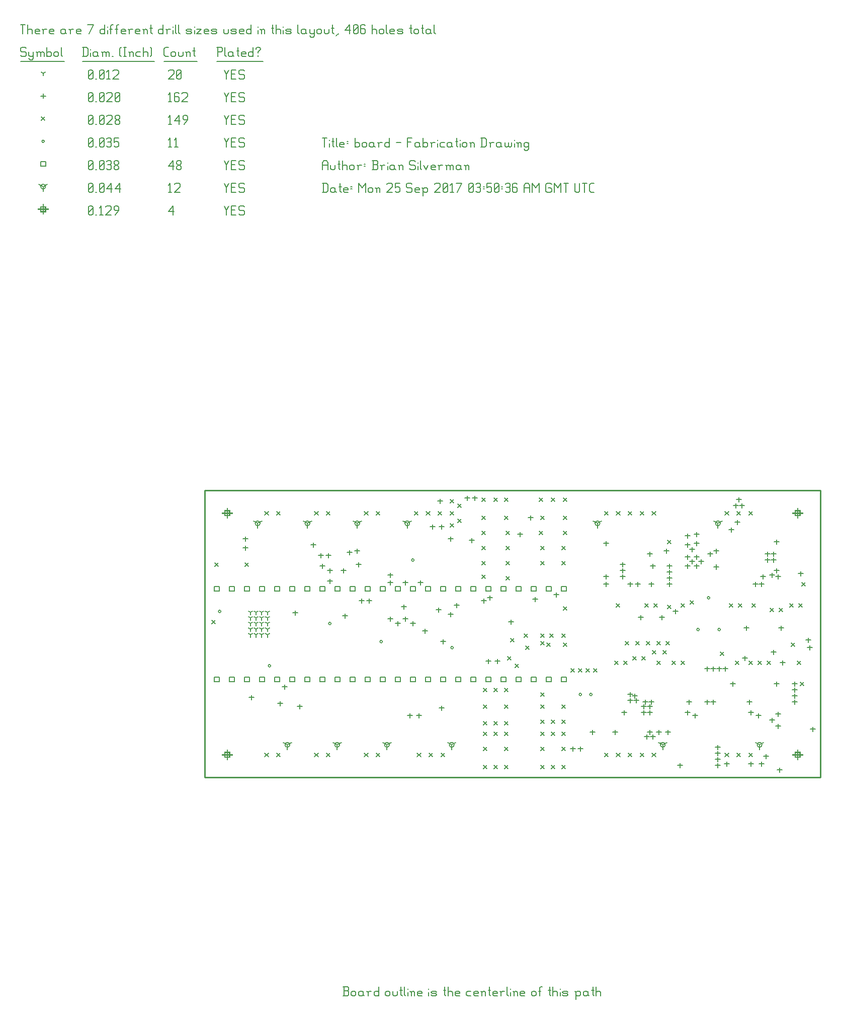
<source format=gbr>
G04 start of page 14 for group -3984 idx -3984 *
G04 Title: board, fab *
G04 Creator: pcb 20140316 *
G04 CreationDate: Mon 25 Sep 2017 03:50:36 AM GMT UTC *
G04 For: brian *
G04 Format: Gerber/RS-274X *
G04 PCB-Dimensions (mil): 6000.00 5000.00 *
G04 PCB-Coordinate-Origin: lower left *
%MOIN*%
%FSLAX25Y25*%
%LNFAB*%
%ADD164C,0.0100*%
%ADD163C,0.0075*%
%ADD162C,0.0060*%
%ADD161R,0.0080X0.0080*%
G54D161*X137000Y153200D02*Y146800D01*
X133800Y150000D02*X140200D01*
X135400Y151600D02*X138600D01*
X135400D02*Y148400D01*
X138600D01*
Y151600D02*Y148400D01*
X515000Y313200D02*Y306800D01*
X511800Y310000D02*X518200D01*
X513400Y311600D02*X516600D01*
X513400D02*Y308400D01*
X516600D01*
Y311600D02*Y308400D01*
X515000Y153200D02*Y146800D01*
X511800Y150000D02*X518200D01*
X513400Y151600D02*X516600D01*
X513400D02*Y148400D01*
X516600D01*
Y151600D02*Y148400D01*
X137000Y313200D02*Y306800D01*
X133800Y310000D02*X140200D01*
X135400Y311600D02*X138600D01*
X135400D02*Y308400D01*
X138600D01*
Y311600D02*Y308400D01*
X15000Y514450D02*Y508050D01*
X11800Y511250D02*X18200D01*
X13400Y512850D02*X16600D01*
X13400D02*Y509650D01*
X16600D01*
Y512850D02*Y509650D01*
G54D162*X135000Y513500D02*X136500Y510500D01*
X138000Y513500D01*
X136500Y510500D02*Y507500D01*
X139800Y510800D02*X142050D01*
X139800Y507500D02*X142800D01*
X139800Y513500D02*Y507500D01*
Y513500D02*X142800D01*
X147600D02*X148350Y512750D01*
X145350Y513500D02*X147600D01*
X144600Y512750D02*X145350Y513500D01*
X144600Y512750D02*Y511250D01*
X145350Y510500D01*
X147600D01*
X148350Y509750D01*
Y508250D01*
X147600Y507500D02*X148350Y508250D01*
X145350Y507500D02*X147600D01*
X144600Y508250D02*X145350Y507500D01*
X98000Y509750D02*X101000Y513500D01*
X98000Y509750D02*X101750D01*
X101000Y513500D02*Y507500D01*
X45000Y508250D02*X45750Y507500D01*
X45000Y512750D02*Y508250D01*
Y512750D02*X45750Y513500D01*
X47250D01*
X48000Y512750D01*
Y508250D01*
X47250Y507500D02*X48000Y508250D01*
X45750Y507500D02*X47250D01*
X45000Y509000D02*X48000Y512000D01*
X49800Y507500D02*X50550D01*
X52350Y512300D02*X53550Y513500D01*
Y507500D01*
X52350D02*X54600D01*
X56400Y512750D02*X57150Y513500D01*
X59400D01*
X60150Y512750D01*
Y511250D01*
X56400Y507500D02*X60150Y511250D01*
X56400Y507500D02*X60150D01*
X62700D02*X64950Y510500D01*
Y512750D02*Y510500D01*
X64200Y513500D02*X64950Y512750D01*
X62700Y513500D02*X64200D01*
X61950Y512750D02*X62700Y513500D01*
X61950Y512750D02*Y511250D01*
X62700Y510500D01*
X64950D01*
X285780Y156693D02*Y153493D01*
Y156693D02*X288553Y158293D01*
X285780Y156693D02*X283007Y158293D01*
X284180Y156693D02*G75*G03X287380Y156693I1600J0D01*G01*
G75*G03X284180Y156693I-1600J0D01*G01*
X489780D02*Y153493D01*
Y156693D02*X492553Y158293D01*
X489780Y156693D02*X487007Y158293D01*
X488180Y156693D02*G75*G03X491380Y156693I1600J0D01*G01*
G75*G03X488180Y156693I-1600J0D01*G01*
X425654D02*Y153493D01*
Y156693D02*X428427Y158293D01*
X425654Y156693D02*X422881Y158293D01*
X424054Y156693D02*G75*G03X427254Y156693I1600J0D01*G01*
G75*G03X424054Y156693I-1600J0D01*G01*
X462220Y303307D02*Y300107D01*
Y303307D02*X464993Y304907D01*
X462220Y303307D02*X459447Y304907D01*
X460620Y303307D02*G75*G03X463820Y303307I1600J0D01*G01*
G75*G03X460620Y303307I-1600J0D01*G01*
X382346D02*Y300107D01*
Y303307D02*X385119Y304907D01*
X382346Y303307D02*X379573Y304907D01*
X380746Y303307D02*G75*G03X383946Y303307I1600J0D01*G01*
G75*G03X380746Y303307I-1600J0D01*G01*
X223157D02*Y300107D01*
Y303307D02*X225930Y304907D01*
X223157Y303307D02*X220384Y304907D01*
X221557Y303307D02*G75*G03X224757Y303307I1600J0D01*G01*
G75*G03X221557Y303307I-1600J0D01*G01*
X190157D02*Y300107D01*
Y303307D02*X192930Y304907D01*
X190157Y303307D02*X187384Y304907D01*
X188557Y303307D02*G75*G03X191757Y303307I1600J0D01*G01*
G75*G03X188557Y303307I-1600J0D01*G01*
X157157D02*Y300107D01*
Y303307D02*X159930Y304907D01*
X157157Y303307D02*X154384Y304907D01*
X155557Y303307D02*G75*G03X158757Y303307I1600J0D01*G01*
G75*G03X155557Y303307I-1600J0D01*G01*
X242843Y156693D02*Y153493D01*
Y156693D02*X245616Y158293D01*
X242843Y156693D02*X240070Y158293D01*
X241243Y156693D02*G75*G03X244443Y156693I1600J0D01*G01*
G75*G03X241243Y156693I-1600J0D01*G01*
X209843D02*Y153493D01*
Y156693D02*X212616Y158293D01*
X209843Y156693D02*X207070Y158293D01*
X208243Y156693D02*G75*G03X211443Y156693I1600J0D01*G01*
G75*G03X208243Y156693I-1600J0D01*G01*
X176843D02*Y153493D01*
Y156693D02*X179616Y158293D01*
X176843Y156693D02*X174070Y158293D01*
X175243Y156693D02*G75*G03X178443Y156693I1600J0D01*G01*
G75*G03X175243Y156693I-1600J0D01*G01*
X256283Y303307D02*Y300107D01*
Y303307D02*X259056Y304907D01*
X256283Y303307D02*X253510Y304907D01*
X254683Y303307D02*G75*G03X257883Y303307I1600J0D01*G01*
G75*G03X254683Y303307I-1600J0D01*G01*
X15000Y526250D02*Y523050D01*
Y526250D02*X17773Y527850D01*
X15000Y526250D02*X12227Y527850D01*
X13400Y526250D02*G75*G03X16600Y526250I1600J0D01*G01*
G75*G03X13400Y526250I-1600J0D01*G01*
X135000Y528500D02*X136500Y525500D01*
X138000Y528500D01*
X136500Y525500D02*Y522500D01*
X139800Y525800D02*X142050D01*
X139800Y522500D02*X142800D01*
X139800Y528500D02*Y522500D01*
Y528500D02*X142800D01*
X147600D02*X148350Y527750D01*
X145350Y528500D02*X147600D01*
X144600Y527750D02*X145350Y528500D01*
X144600Y527750D02*Y526250D01*
X145350Y525500D01*
X147600D01*
X148350Y524750D01*
Y523250D01*
X147600Y522500D02*X148350Y523250D01*
X145350Y522500D02*X147600D01*
X144600Y523250D02*X145350Y522500D01*
X98000Y527300D02*X99200Y528500D01*
Y522500D01*
X98000D02*X100250D01*
X102050Y527750D02*X102800Y528500D01*
X105050D01*
X105800Y527750D01*
Y526250D01*
X102050Y522500D02*X105800Y526250D01*
X102050Y522500D02*X105800D01*
X45000Y523250D02*X45750Y522500D01*
X45000Y527750D02*Y523250D01*
Y527750D02*X45750Y528500D01*
X47250D01*
X48000Y527750D01*
Y523250D01*
X47250Y522500D02*X48000Y523250D01*
X45750Y522500D02*X47250D01*
X45000Y524000D02*X48000Y527000D01*
X49800Y522500D02*X50550D01*
X52350Y523250D02*X53100Y522500D01*
X52350Y527750D02*Y523250D01*
Y527750D02*X53100Y528500D01*
X54600D01*
X55350Y527750D01*
Y523250D01*
X54600Y522500D02*X55350Y523250D01*
X53100Y522500D02*X54600D01*
X52350Y524000D02*X55350Y527000D01*
X57150Y524750D02*X60150Y528500D01*
X57150Y524750D02*X60900D01*
X60150Y528500D02*Y522500D01*
X62700Y524750D02*X65700Y528500D01*
X62700Y524750D02*X66450D01*
X65700Y528500D02*Y522500D01*
X128400Y201600D02*X131600D01*
X128400D02*Y198400D01*
X131600D01*
Y201600D02*Y198400D01*
X138400Y201600D02*X141600D01*
X138400D02*Y198400D01*
X141600D01*
Y201600D02*Y198400D01*
X148400Y201600D02*X151600D01*
X148400D02*Y198400D01*
X151600D01*
Y201600D02*Y198400D01*
X158400Y201600D02*X161600D01*
X158400D02*Y198400D01*
X161600D01*
Y201600D02*Y198400D01*
X168400Y201600D02*X171600D01*
X168400D02*Y198400D01*
X171600D01*
Y201600D02*Y198400D01*
X178400Y201600D02*X181600D01*
X178400D02*Y198400D01*
X181600D01*
Y201600D02*Y198400D01*
X188400Y201600D02*X191600D01*
X188400D02*Y198400D01*
X191600D01*
Y201600D02*Y198400D01*
X198400Y201600D02*X201600D01*
X198400D02*Y198400D01*
X201600D01*
Y201600D02*Y198400D01*
X208400Y201600D02*X211600D01*
X208400D02*Y198400D01*
X211600D01*
Y201600D02*Y198400D01*
X218400Y201600D02*X221600D01*
X218400D02*Y198400D01*
X221600D01*
Y201600D02*Y198400D01*
X228400Y201600D02*X231600D01*
X228400D02*Y198400D01*
X231600D01*
Y201600D02*Y198400D01*
X238400Y201600D02*X241600D01*
X238400D02*Y198400D01*
X241600D01*
Y201600D02*Y198400D01*
X248400Y201600D02*X251600D01*
X248400D02*Y198400D01*
X251600D01*
Y201600D02*Y198400D01*
X258400Y201600D02*X261600D01*
X258400D02*Y198400D01*
X261600D01*
Y201600D02*Y198400D01*
X268400Y201600D02*X271600D01*
X268400D02*Y198400D01*
X271600D01*
Y201600D02*Y198400D01*
X278400Y201600D02*X281600D01*
X278400D02*Y198400D01*
X281600D01*
Y201600D02*Y198400D01*
X288400Y201600D02*X291600D01*
X288400D02*Y198400D01*
X291600D01*
Y201600D02*Y198400D01*
X298400Y201600D02*X301600D01*
X298400D02*Y198400D01*
X301600D01*
Y201600D02*Y198400D01*
X308400Y201600D02*X311600D01*
X308400D02*Y198400D01*
X311600D01*
Y201600D02*Y198400D01*
X318400Y201600D02*X321600D01*
X318400D02*Y198400D01*
X321600D01*
Y201600D02*Y198400D01*
X328400Y201600D02*X331600D01*
X328400D02*Y198400D01*
X331600D01*
Y201600D02*Y198400D01*
X338400Y201600D02*X341600D01*
X338400D02*Y198400D01*
X341600D01*
Y201600D02*Y198400D01*
X348400Y201600D02*X351600D01*
X348400D02*Y198400D01*
X351600D01*
Y201600D02*Y198400D01*
X358400Y201600D02*X361600D01*
X358400D02*Y198400D01*
X361600D01*
Y201600D02*Y198400D01*
X358400Y261600D02*X361600D01*
X358400D02*Y258400D01*
X361600D01*
Y261600D02*Y258400D01*
X348400Y261600D02*X351600D01*
X348400D02*Y258400D01*
X351600D01*
Y261600D02*Y258400D01*
X338400Y261600D02*X341600D01*
X338400D02*Y258400D01*
X341600D01*
Y261600D02*Y258400D01*
X328400Y261600D02*X331600D01*
X328400D02*Y258400D01*
X331600D01*
Y261600D02*Y258400D01*
X318400Y261600D02*X321600D01*
X318400D02*Y258400D01*
X321600D01*
Y261600D02*Y258400D01*
X308400Y261600D02*X311600D01*
X308400D02*Y258400D01*
X311600D01*
Y261600D02*Y258400D01*
X298400Y261600D02*X301600D01*
X298400D02*Y258400D01*
X301600D01*
Y261600D02*Y258400D01*
X288400Y261600D02*X291600D01*
X288400D02*Y258400D01*
X291600D01*
Y261600D02*Y258400D01*
X278400Y261600D02*X281600D01*
X278400D02*Y258400D01*
X281600D01*
Y261600D02*Y258400D01*
X268400Y261600D02*X271600D01*
X268400D02*Y258400D01*
X271600D01*
Y261600D02*Y258400D01*
X258400Y261600D02*X261600D01*
X258400D02*Y258400D01*
X261600D01*
Y261600D02*Y258400D01*
X248400Y261600D02*X251600D01*
X248400D02*Y258400D01*
X251600D01*
Y261600D02*Y258400D01*
X238400Y261600D02*X241600D01*
X238400D02*Y258400D01*
X241600D01*
Y261600D02*Y258400D01*
X228400Y261600D02*X231600D01*
X228400D02*Y258400D01*
X231600D01*
Y261600D02*Y258400D01*
X218400Y261600D02*X221600D01*
X218400D02*Y258400D01*
X221600D01*
Y261600D02*Y258400D01*
X208400Y261600D02*X211600D01*
X208400D02*Y258400D01*
X211600D01*
Y261600D02*Y258400D01*
X198400Y261600D02*X201600D01*
X198400D02*Y258400D01*
X201600D01*
Y261600D02*Y258400D01*
X188400Y261600D02*X191600D01*
X188400D02*Y258400D01*
X191600D01*
Y261600D02*Y258400D01*
X178400Y261600D02*X181600D01*
X178400D02*Y258400D01*
X181600D01*
Y261600D02*Y258400D01*
X168400Y261600D02*X171600D01*
X168400D02*Y258400D01*
X171600D01*
Y261600D02*Y258400D01*
X158400Y261600D02*X161600D01*
X158400D02*Y258400D01*
X161600D01*
Y261600D02*Y258400D01*
X148400Y261600D02*X151600D01*
X148400D02*Y258400D01*
X151600D01*
Y261600D02*Y258400D01*
X138400Y261600D02*X141600D01*
X138400D02*Y258400D01*
X141600D01*
Y261600D02*Y258400D01*
X128400Y261600D02*X131600D01*
X128400D02*Y258400D01*
X131600D01*
Y261600D02*Y258400D01*
X13400Y542850D02*X16600D01*
X13400D02*Y539650D01*
X16600D01*
Y542850D02*Y539650D01*
X135000Y543500D02*X136500Y540500D01*
X138000Y543500D01*
X136500Y540500D02*Y537500D01*
X139800Y540800D02*X142050D01*
X139800Y537500D02*X142800D01*
X139800Y543500D02*Y537500D01*
Y543500D02*X142800D01*
X147600D02*X148350Y542750D01*
X145350Y543500D02*X147600D01*
X144600Y542750D02*X145350Y543500D01*
X144600Y542750D02*Y541250D01*
X145350Y540500D01*
X147600D01*
X148350Y539750D01*
Y538250D01*
X147600Y537500D02*X148350Y538250D01*
X145350Y537500D02*X147600D01*
X144600Y538250D02*X145350Y537500D01*
X98000Y539750D02*X101000Y543500D01*
X98000Y539750D02*X101750D01*
X101000Y543500D02*Y537500D01*
X103550Y538250D02*X104300Y537500D01*
X103550Y539450D02*Y538250D01*
Y539450D02*X104600Y540500D01*
X105500D01*
X106550Y539450D01*
Y538250D01*
X105800Y537500D02*X106550Y538250D01*
X104300Y537500D02*X105800D01*
X103550Y541550D02*X104600Y540500D01*
X103550Y542750D02*Y541550D01*
Y542750D02*X104300Y543500D01*
X105800D01*
X106550Y542750D01*
Y541550D01*
X105500Y540500D02*X106550Y541550D01*
X45000Y538250D02*X45750Y537500D01*
X45000Y542750D02*Y538250D01*
Y542750D02*X45750Y543500D01*
X47250D01*
X48000Y542750D01*
Y538250D01*
X47250Y537500D02*X48000Y538250D01*
X45750Y537500D02*X47250D01*
X45000Y539000D02*X48000Y542000D01*
X49800Y537500D02*X50550D01*
X52350Y538250D02*X53100Y537500D01*
X52350Y542750D02*Y538250D01*
Y542750D02*X53100Y543500D01*
X54600D01*
X55350Y542750D01*
Y538250D01*
X54600Y537500D02*X55350Y538250D01*
X53100Y537500D02*X54600D01*
X52350Y539000D02*X55350Y542000D01*
X57150Y542750D02*X57900Y543500D01*
X59400D01*
X60150Y542750D01*
X59400Y537500D02*X60150Y538250D01*
X57900Y537500D02*X59400D01*
X57150Y538250D02*X57900Y537500D01*
Y540800D02*X59400D01*
X60150Y542750D02*Y541550D01*
Y540050D02*Y538250D01*
Y540050D02*X59400Y540800D01*
X60150Y541550D02*X59400Y540800D01*
X61950Y538250D02*X62700Y537500D01*
X61950Y539450D02*Y538250D01*
Y539450D02*X63000Y540500D01*
X63900D01*
X64950Y539450D01*
Y538250D01*
X64200Y537500D02*X64950Y538250D01*
X62700Y537500D02*X64200D01*
X61950Y541550D02*X63000Y540500D01*
X61950Y542750D02*Y541550D01*
Y542750D02*X62700Y543500D01*
X64200D01*
X64950Y542750D01*
Y541550D01*
X63900Y540500D02*X64950Y541550D01*
X455200Y254000D02*G75*G03X456800Y254000I800J0D01*G01*
G75*G03X455200Y254000I-800J0D01*G01*
X462200Y233000D02*G75*G03X463800Y233000I800J0D01*G01*
G75*G03X462200Y233000I-800J0D01*G01*
X448200D02*G75*G03X449800Y233000I800J0D01*G01*
G75*G03X448200Y233000I-800J0D01*G01*
X377200Y190000D02*G75*G03X378800Y190000I800J0D01*G01*
G75*G03X377200Y190000I-800J0D01*G01*
X370200D02*G75*G03X371800Y190000I800J0D01*G01*
G75*G03X370200Y190000I-800J0D01*G01*
X285200Y221000D02*G75*G03X286800Y221000I800J0D01*G01*
G75*G03X285200Y221000I-800J0D01*G01*
X238200Y225000D02*G75*G03X239800Y225000I800J0D01*G01*
G75*G03X238200Y225000I-800J0D01*G01*
X164200Y209000D02*G75*G03X165800Y209000I800J0D01*G01*
G75*G03X164200Y209000I-800J0D01*G01*
X131200Y245000D02*G75*G03X132800Y245000I800J0D01*G01*
G75*G03X131200Y245000I-800J0D01*G01*
X204200Y237000D02*G75*G03X205800Y237000I800J0D01*G01*
G75*G03X204200Y237000I-800J0D01*G01*
X259200Y279000D02*G75*G03X260800Y279000I800J0D01*G01*
G75*G03X259200Y279000I-800J0D01*G01*
X14200Y556250D02*G75*G03X15800Y556250I800J0D01*G01*
G75*G03X14200Y556250I-800J0D01*G01*
X135000Y558500D02*X136500Y555500D01*
X138000Y558500D01*
X136500Y555500D02*Y552500D01*
X139800Y555800D02*X142050D01*
X139800Y552500D02*X142800D01*
X139800Y558500D02*Y552500D01*
Y558500D02*X142800D01*
X147600D02*X148350Y557750D01*
X145350Y558500D02*X147600D01*
X144600Y557750D02*X145350Y558500D01*
X144600Y557750D02*Y556250D01*
X145350Y555500D01*
X147600D01*
X148350Y554750D01*
Y553250D01*
X147600Y552500D02*X148350Y553250D01*
X145350Y552500D02*X147600D01*
X144600Y553250D02*X145350Y552500D01*
X98000Y557300D02*X99200Y558500D01*
Y552500D01*
X98000D02*X100250D01*
X102050Y557300D02*X103250Y558500D01*
Y552500D01*
X102050D02*X104300D01*
X45000Y553250D02*X45750Y552500D01*
X45000Y557750D02*Y553250D01*
Y557750D02*X45750Y558500D01*
X47250D01*
X48000Y557750D01*
Y553250D01*
X47250Y552500D02*X48000Y553250D01*
X45750Y552500D02*X47250D01*
X45000Y554000D02*X48000Y557000D01*
X49800Y552500D02*X50550D01*
X52350Y553250D02*X53100Y552500D01*
X52350Y557750D02*Y553250D01*
Y557750D02*X53100Y558500D01*
X54600D01*
X55350Y557750D01*
Y553250D01*
X54600Y552500D02*X55350Y553250D01*
X53100Y552500D02*X54600D01*
X52350Y554000D02*X55350Y557000D01*
X57150Y557750D02*X57900Y558500D01*
X59400D01*
X60150Y557750D01*
X59400Y552500D02*X60150Y553250D01*
X57900Y552500D02*X59400D01*
X57150Y553250D02*X57900Y552500D01*
Y555800D02*X59400D01*
X60150Y557750D02*Y556550D01*
Y555050D02*Y553250D01*
Y555050D02*X59400Y555800D01*
X60150Y556550D02*X59400Y555800D01*
X61950Y558500D02*X64950D01*
X61950D02*Y555500D01*
X62700Y556250D01*
X64200D01*
X64950Y555500D01*
Y553250D01*
X64200Y552500D02*X64950Y553250D01*
X62700Y552500D02*X64200D01*
X61950Y553250D02*X62700Y552500D01*
X262926Y151200D02*X265326Y148800D01*
X262926D02*X265326Y151200D01*
X270800D02*X273200Y148800D01*
X270800D02*X273200Y151200D01*
X278674D02*X281074Y148800D01*
X278674D02*X281074Y151200D01*
X466926D02*X469326Y148800D01*
X466926D02*X469326Y151200D01*
X474800D02*X477200Y148800D01*
X474800D02*X477200Y151200D01*
X482674D02*X485074Y148800D01*
X482674D02*X485074Y151200D01*
X387052D02*X389452Y148800D01*
X387052D02*X389452Y151200D01*
X394926D02*X397326Y148800D01*
X394926D02*X397326Y151200D01*
X402800D02*X405200Y148800D01*
X402800D02*X405200Y151200D01*
X410674D02*X413074Y148800D01*
X410674D02*X413074Y151200D01*
X418548D02*X420948Y148800D01*
X418548D02*X420948Y151200D01*
X482674Y311200D02*X485074Y308800D01*
X482674D02*X485074Y311200D01*
X474800D02*X477200Y308800D01*
X474800D02*X477200Y311200D01*
X466926D02*X469326Y308800D01*
X466926D02*X469326Y311200D01*
X418548D02*X420948Y308800D01*
X418548D02*X420948Y311200D01*
X410674D02*X413074Y308800D01*
X410674D02*X413074Y311200D01*
X402800D02*X405200Y308800D01*
X402800D02*X405200Y311200D01*
X394926D02*X397326Y308800D01*
X394926D02*X397326Y311200D01*
X387052D02*X389452Y308800D01*
X387052D02*X389452Y311200D01*
X235737D02*X238137Y308800D01*
X235737D02*X238137Y311200D01*
X227863D02*X230263Y308800D01*
X227863D02*X230263Y311200D01*
X202737D02*X205137Y308800D01*
X202737D02*X205137Y311200D01*
X194863D02*X197263Y308800D01*
X194863D02*X197263Y311200D01*
X169737D02*X172137Y308800D01*
X169737D02*X172137Y311200D01*
X161863D02*X164263Y308800D01*
X161863D02*X164263Y311200D01*
X227863Y151200D02*X230263Y148800D01*
X227863D02*X230263Y151200D01*
X235737D02*X238137Y148800D01*
X235737D02*X238137Y151200D01*
X194863D02*X197263Y148800D01*
X194863D02*X197263Y151200D01*
X202737D02*X205137Y148800D01*
X202737D02*X205137Y151200D01*
X161863D02*X164263Y148800D01*
X161863D02*X164263Y151200D01*
X169737D02*X172137Y148800D01*
X169737D02*X172137Y151200D01*
X284611Y311200D02*X287011Y308800D01*
X284611D02*X287011Y311200D01*
X276737D02*X279137Y308800D01*
X276737D02*X279137Y311200D01*
X268863D02*X271263Y308800D01*
X268863D02*X271263Y311200D01*
X260989D02*X263389Y308800D01*
X260989D02*X263389Y311200D01*
X437800Y250200D02*X440200Y247800D01*
X437800D02*X440200Y250200D01*
X399800Y212200D02*X402200Y209800D01*
X399800D02*X402200Y212200D01*
X405800Y215200D02*X408200Y212800D01*
X405800D02*X408200Y215200D01*
X413800Y250200D02*X416200Y247800D01*
X413800D02*X416200Y250200D01*
X419800D02*X422200Y247800D01*
X419800D02*X422200Y250200D01*
X428800Y249200D02*X431200Y246800D01*
X428800D02*X431200Y249200D01*
X443800Y252200D02*X446200Y249800D01*
X443800D02*X446200Y252200D01*
X437800Y212200D02*X440200Y209800D01*
X437800D02*X440200Y212200D01*
X494800D02*X497200Y209800D01*
X494800D02*X497200Y212200D01*
X488800D02*X491200Y209800D01*
X488800D02*X491200Y212200D01*
X502800Y247200D02*X505200Y244800D01*
X502800D02*X505200Y247200D01*
X509800Y250200D02*X512200Y247800D01*
X509800D02*X512200Y250200D01*
X484800D02*X487200Y247800D01*
X484800D02*X487200Y250200D01*
X421800Y212200D02*X424200Y209800D01*
X421800D02*X424200Y212200D01*
X473800D02*X476200Y209800D01*
X473800D02*X476200Y212200D01*
X514800D02*X517200Y209800D01*
X514800D02*X517200Y212200D01*
X305800Y320200D02*X308200Y317800D01*
X305800D02*X308200Y320200D01*
X305800Y308200D02*X308200Y305800D01*
X305800D02*X308200Y308200D01*
X313800Y320200D02*X316200Y317800D01*
X313800D02*X316200Y320200D01*
X320800D02*X323200Y317800D01*
X320800D02*X323200Y320200D01*
X320800Y308200D02*X323200Y305800D01*
X320800D02*X323200Y308200D01*
X321800Y298200D02*X324200Y295800D01*
X321800D02*X324200Y298200D01*
X305800D02*X308200Y295800D01*
X305800D02*X308200Y298200D01*
X343800Y320200D02*X346200Y317800D01*
X343800D02*X346200Y320200D01*
X351800D02*X354200Y317800D01*
X351800D02*X354200Y320200D01*
X359800D02*X362200Y317800D01*
X359800D02*X362200Y320200D01*
X344800Y308200D02*X347200Y305800D01*
X344800D02*X347200Y308200D01*
X359800D02*X362200Y305800D01*
X359800D02*X362200Y308200D01*
X359800Y298200D02*X362200Y295800D01*
X359800D02*X362200Y298200D01*
X343800D02*X346200Y295800D01*
X343800D02*X346200Y298200D01*
X305800Y269200D02*X308200Y266800D01*
X305800D02*X308200Y269200D01*
X321800Y268200D02*X324200Y265800D01*
X321800D02*X324200Y268200D01*
X321800Y288200D02*X324200Y285800D01*
X321800D02*X324200Y288200D01*
X305800D02*X308200Y285800D01*
X305800D02*X308200Y288200D01*
X305800Y278200D02*X308200Y275800D01*
X305800D02*X308200Y278200D01*
X321800D02*X324200Y275800D01*
X321800D02*X324200Y278200D01*
X344800Y288200D02*X347200Y285800D01*
X344800D02*X347200Y288200D01*
X344800Y278200D02*X347200Y275800D01*
X344800D02*X347200Y278200D01*
X358800Y288200D02*X361200Y285800D01*
X358800D02*X361200Y288200D01*
X469800Y250200D02*X472200Y247800D01*
X469800D02*X472200Y250200D01*
X517800Y264200D02*X520200Y261800D01*
X517800D02*X520200Y264200D01*
X463800Y218200D02*X466200Y215800D01*
X463800D02*X466200Y218200D01*
X482800Y212200D02*X485200Y209800D01*
X482800D02*X485200Y212200D01*
X516800Y198200D02*X519200Y195800D01*
X516800D02*X519200Y198200D01*
X148800Y277200D02*X151200Y274800D01*
X148800D02*X151200Y277200D01*
X128800D02*X131200Y274800D01*
X128800D02*X131200Y277200D01*
X400800Y225200D02*X403200Y222800D01*
X400800D02*X403200Y225200D01*
X421800D02*X424200Y222800D01*
X421800D02*X424200Y225200D01*
X418800Y219200D02*X421200Y216800D01*
X418800D02*X421200Y219200D01*
X414800Y225200D02*X417200Y222800D01*
X414800D02*X417200Y225200D01*
X407800D02*X410200Y222800D01*
X407800D02*X410200Y225200D01*
X313800Y194200D02*X316200Y191800D01*
X313800D02*X316200Y194200D01*
X313800Y172200D02*X316200Y169800D01*
X313800D02*X316200Y172200D01*
X320800D02*X323200Y169800D01*
X320800D02*X323200Y172200D01*
X306800D02*X309200Y169800D01*
X306800D02*X309200Y172200D01*
X306800Y194200D02*X309200Y191800D01*
X306800D02*X309200Y194200D01*
X320800D02*X323200Y191800D01*
X320800D02*X323200Y194200D01*
X320800Y183200D02*X323200Y180800D01*
X320800D02*X323200Y183200D01*
X306800D02*X309200Y180800D01*
X306800D02*X309200Y183200D01*
X351800Y173200D02*X354200Y170800D01*
X351800D02*X354200Y173200D01*
X358800D02*X361200Y170800D01*
X358800D02*X361200Y173200D01*
X344800D02*X347200Y170800D01*
X344800D02*X347200Y173200D01*
X344800Y191200D02*X347200Y188800D01*
X344800D02*X347200Y191200D01*
X358800Y183200D02*X361200Y180800D01*
X358800D02*X361200Y183200D01*
X344800D02*X347200Y180800D01*
X344800D02*X347200Y183200D01*
X306800Y165200D02*X309200Y162800D01*
X306800D02*X309200Y165200D01*
X313800D02*X316200Y162800D01*
X313800D02*X316200Y165200D01*
X320800D02*X323200Y162800D01*
X320800D02*X323200Y165200D01*
X320800Y143200D02*X323200Y140800D01*
X320800D02*X323200Y143200D01*
X306800D02*X309200Y140800D01*
X306800D02*X309200Y143200D01*
X313800D02*X316200Y140800D01*
X313800D02*X316200Y143200D01*
X320800Y155200D02*X323200Y152800D01*
X320800D02*X323200Y155200D01*
X306800D02*X309200Y152800D01*
X306800D02*X309200Y155200D01*
X344800Y165200D02*X347200Y162800D01*
X344800D02*X347200Y165200D01*
X351800D02*X354200Y162800D01*
X351800D02*X354200Y165200D01*
X358800D02*X361200Y162800D01*
X358800D02*X361200Y165200D01*
X358800Y143200D02*X361200Y140800D01*
X358800D02*X361200Y143200D01*
X344800D02*X347200Y140800D01*
X344800D02*X347200Y143200D01*
X351800D02*X354200Y140800D01*
X351800D02*X354200Y143200D01*
X358800Y155200D02*X361200Y152800D01*
X358800D02*X361200Y155200D01*
X344800D02*X347200Y152800D01*
X344800D02*X347200Y155200D01*
X496800Y247200D02*X499200Y244800D01*
X496800D02*X499200Y247200D01*
X475800Y250200D02*X478200Y247800D01*
X475800D02*X478200Y250200D01*
X411800Y215200D02*X414200Y212800D01*
X411800D02*X414200Y215200D01*
X431800Y212200D02*X434200Y209800D01*
X431800D02*X434200Y212200D01*
X510800Y224200D02*X513200Y221800D01*
X510800D02*X513200Y224200D01*
X358800Y278200D02*X361200Y275800D01*
X358800D02*X361200Y278200D01*
X428800Y292200D02*X431200Y289800D01*
X428800D02*X431200Y292200D01*
X126800Y239200D02*X129200Y236800D01*
X126800D02*X129200Y239200D01*
X515800Y250200D02*X518200Y247800D01*
X515800D02*X518200Y250200D01*
X394800D02*X397200Y247800D01*
X394800D02*X397200Y250200D01*
X289800Y306200D02*X292200Y303800D01*
X289800D02*X292200Y306200D01*
X289800Y316200D02*X292200Y313800D01*
X289800D02*X292200Y316200D01*
X284800Y303200D02*X287200Y300800D01*
X284800D02*X287200Y303200D01*
X284800Y319200D02*X287200Y316800D01*
X284800D02*X287200Y319200D01*
X364800Y207200D02*X367200Y204800D01*
X364800D02*X367200Y207200D01*
X379800D02*X382200Y204800D01*
X379800D02*X382200Y207200D01*
X369800D02*X372200Y204800D01*
X369800D02*X372200Y207200D01*
X374800D02*X377200Y204800D01*
X374800D02*X377200Y207200D01*
X358800Y230200D02*X361200Y227800D01*
X358800D02*X361200Y230200D01*
X359800Y224200D02*X362200Y221800D01*
X359800D02*X362200Y224200D01*
X348800D02*X351200Y221800D01*
X348800D02*X351200Y224200D01*
X350800Y230200D02*X353200Y227800D01*
X350800D02*X353200Y230200D01*
X344800D02*X347200Y227800D01*
X344800D02*X347200Y230200D01*
X334800Y222200D02*X337200Y219800D01*
X334800D02*X337200Y222200D01*
X333800Y230200D02*X336200Y227800D01*
X333800D02*X336200Y230200D01*
X324800Y227200D02*X327200Y224800D01*
X324800D02*X327200Y227200D01*
X322800Y215200D02*X325200Y212800D01*
X322800D02*X325200Y215200D01*
X359800Y248200D02*X362200Y245800D01*
X359800D02*X362200Y248200D01*
X327800Y210200D02*X330200Y207800D01*
X327800D02*X330200Y210200D01*
X393800Y212200D02*X396200Y209800D01*
X393800D02*X396200Y212200D01*
X427800Y225200D02*X430200Y222800D01*
X427800D02*X430200Y225200D01*
X425800Y219200D02*X428200Y216800D01*
X425800D02*X428200Y219200D01*
X344800Y225200D02*X347200Y222800D01*
X344800D02*X347200Y225200D01*
X13800Y572450D02*X16200Y570050D01*
X13800D02*X16200Y572450D01*
X135000Y573500D02*X136500Y570500D01*
X138000Y573500D01*
X136500Y570500D02*Y567500D01*
X139800Y570800D02*X142050D01*
X139800Y567500D02*X142800D01*
X139800Y573500D02*Y567500D01*
Y573500D02*X142800D01*
X147600D02*X148350Y572750D01*
X145350Y573500D02*X147600D01*
X144600Y572750D02*X145350Y573500D01*
X144600Y572750D02*Y571250D01*
X145350Y570500D01*
X147600D01*
X148350Y569750D01*
Y568250D01*
X147600Y567500D02*X148350Y568250D01*
X145350Y567500D02*X147600D01*
X144600Y568250D02*X145350Y567500D01*
X98000Y572300D02*X99200Y573500D01*
Y567500D01*
X98000D02*X100250D01*
X102050Y569750D02*X105050Y573500D01*
X102050Y569750D02*X105800D01*
X105050Y573500D02*Y567500D01*
X108350D02*X110600Y570500D01*
Y572750D02*Y570500D01*
X109850Y573500D02*X110600Y572750D01*
X108350Y573500D02*X109850D01*
X107600Y572750D02*X108350Y573500D01*
X107600Y572750D02*Y571250D01*
X108350Y570500D01*
X110600D01*
X45000Y568250D02*X45750Y567500D01*
X45000Y572750D02*Y568250D01*
Y572750D02*X45750Y573500D01*
X47250D01*
X48000Y572750D01*
Y568250D01*
X47250Y567500D02*X48000Y568250D01*
X45750Y567500D02*X47250D01*
X45000Y569000D02*X48000Y572000D01*
X49800Y567500D02*X50550D01*
X52350Y568250D02*X53100Y567500D01*
X52350Y572750D02*Y568250D01*
Y572750D02*X53100Y573500D01*
X54600D01*
X55350Y572750D01*
Y568250D01*
X54600Y567500D02*X55350Y568250D01*
X53100Y567500D02*X54600D01*
X52350Y569000D02*X55350Y572000D01*
X57150Y572750D02*X57900Y573500D01*
X60150D01*
X60900Y572750D01*
Y571250D01*
X57150Y567500D02*X60900Y571250D01*
X57150Y567500D02*X60900D01*
X62700Y568250D02*X63450Y567500D01*
X62700Y569450D02*Y568250D01*
Y569450D02*X63750Y570500D01*
X64650D01*
X65700Y569450D01*
Y568250D01*
X64950Y567500D02*X65700Y568250D01*
X63450Y567500D02*X64950D01*
X62700Y571550D02*X63750Y570500D01*
X62700Y572750D02*Y571550D01*
Y572750D02*X63450Y573500D01*
X64950D01*
X65700Y572750D01*
Y571550D01*
X64650Y570500D02*X65700Y571550D01*
X468000Y145600D02*Y142400D01*
X466400Y144000D02*X469600D01*
X462000Y156600D02*Y153400D01*
X460400Y155000D02*X463600D01*
X462000Y144600D02*Y141400D01*
X460400Y143000D02*X463600D01*
X423000Y166600D02*Y163400D01*
X421400Y165000D02*X424600D01*
X419000Y163600D02*Y160400D01*
X417400Y162000D02*X420600D01*
X417000Y166600D02*Y163400D01*
X415400Y165000D02*X418600D01*
X415000Y163600D02*Y160400D01*
X413400Y162000D02*X416600D01*
X484000Y179600D02*Y176400D01*
X482400Y178000D02*X485600D01*
X442000Y179600D02*Y176400D01*
X440400Y178000D02*X443600D01*
X513000Y198600D02*Y195400D01*
X511400Y197000D02*X514600D01*
X513000Y194600D02*Y191400D01*
X511400Y193000D02*X514600D01*
X513000Y190600D02*Y187400D01*
X511400Y189000D02*X514600D01*
X513000Y186600D02*Y183400D01*
X511400Y185000D02*X514600D01*
X429000Y166600D02*Y163400D01*
X427400Y165000D02*X430600D01*
X462000Y148600D02*Y145400D01*
X460400Y147000D02*X463600D01*
X462000Y152600D02*Y149400D01*
X460400Y151000D02*X463600D01*
X411000Y242600D02*Y239400D01*
X409400Y241000D02*X412600D01*
X483000Y186600D02*Y183400D01*
X481400Y185000D02*X484600D01*
X443000Y186600D02*Y183400D01*
X441400Y185000D02*X444600D01*
X418000Y186600D02*Y183400D01*
X416400Y185000D02*X419600D01*
X467000Y208600D02*Y205400D01*
X465400Y207000D02*X468600D01*
X463000Y208600D02*Y205400D01*
X461400Y207000D02*X464600D01*
X459000Y208600D02*Y205400D01*
X457400Y207000D02*X460600D01*
X455000Y208600D02*Y205400D01*
X453400Y207000D02*X456600D01*
X459000Y186600D02*Y183400D01*
X457400Y185000D02*X460600D01*
X455000Y186600D02*Y183400D01*
X453400Y185000D02*X456600D01*
X404000Y187600D02*Y184400D01*
X402400Y186000D02*X405600D01*
X404000Y191600D02*Y188400D01*
X402400Y190000D02*X405600D01*
X417000Y183600D02*Y180400D01*
X415400Y182000D02*X418600D01*
X413000Y183600D02*Y180400D01*
X411400Y182000D02*X414600D01*
X417000Y179600D02*Y176400D01*
X415400Y178000D02*X418600D01*
X413000Y179600D02*Y176400D01*
X411400Y178000D02*X414600D01*
X408000Y187600D02*Y184400D01*
X406400Y186000D02*X409600D01*
X414000Y186600D02*Y183400D01*
X412400Y185000D02*X415600D01*
X407000Y190600D02*Y187400D01*
X405400Y189000D02*X408600D01*
X447000Y177600D02*Y174400D01*
X445400Y176000D02*X448600D01*
X489000Y177600D02*Y174400D01*
X487400Y176000D02*X490600D01*
X499000Y219600D02*Y216400D01*
X497400Y218000D02*X500600D01*
X399000Y269600D02*Y266400D01*
X397400Y268000D02*X400600D01*
X399000Y273600D02*Y270400D01*
X397400Y272000D02*X400600D01*
X399000Y277600D02*Y274400D01*
X397400Y276000D02*X400600D01*
X474000Y316600D02*Y313400D01*
X472400Y315000D02*X475600D01*
X478000Y316600D02*Y313400D01*
X476400Y315000D02*X479600D01*
X476000Y320600D02*Y317400D01*
X474400Y319000D02*X477600D01*
X475000Y305600D02*Y302400D01*
X473400Y304000D02*X476600D01*
X471000Y300600D02*Y297400D01*
X469400Y299000D02*X472600D01*
X442000Y296600D02*Y293400D01*
X440400Y295000D02*X443600D01*
X442000Y290600D02*Y287400D01*
X440400Y289000D02*X443600D01*
X445000Y287600D02*Y284400D01*
X443400Y286000D02*X446600D01*
X448000Y291600D02*Y288400D01*
X446400Y290000D02*X449600D01*
X448000Y297600D02*Y294400D01*
X446400Y296000D02*X449600D01*
X442000Y276600D02*Y273400D01*
X440400Y275000D02*X443600D01*
X448000Y276600D02*Y273400D01*
X446400Y275000D02*X449600D01*
X445000Y279600D02*Y276400D01*
X443400Y278000D02*X446600D01*
X448000Y282600D02*Y279400D01*
X446400Y281000D02*X449600D01*
X451000Y279600D02*Y276400D01*
X449400Y278000D02*X452600D01*
X442000Y282600D02*Y279400D01*
X440400Y281000D02*X443600D01*
X495000Y280600D02*Y277400D01*
X493400Y279000D02*X496600D01*
X499000Y280600D02*Y277400D01*
X497400Y279000D02*X500600D01*
X499000Y284600D02*Y281400D01*
X497400Y283000D02*X500600D01*
X495000Y284600D02*Y281400D01*
X493400Y283000D02*X496600D01*
X487000Y264600D02*Y261400D01*
X485400Y263000D02*X488600D01*
X491000Y264600D02*Y261400D01*
X489400Y263000D02*X492600D01*
X502000Y269600D02*Y266400D01*
X500400Y268000D02*X503600D01*
X498000Y270600D02*Y267400D01*
X496400Y269000D02*X499600D01*
X501000Y273600D02*Y270400D01*
X499400Y272000D02*X502600D01*
X492000Y269600D02*Y266400D01*
X490400Y268000D02*X493600D01*
X481000Y235600D02*Y232400D01*
X479400Y234000D02*X482600D01*
X504000Y235600D02*Y232400D01*
X502400Y234000D02*X505600D01*
X457000Y284600D02*Y281400D01*
X455400Y283000D02*X458600D01*
X417000Y284600D02*Y281400D01*
X415400Y283000D02*X418600D01*
X461000Y276041D02*Y272841D01*
X459400Y274441D02*X462600D01*
X461000Y286600D02*Y283400D01*
X459400Y285000D02*X462600D01*
X428000Y286600D02*Y283400D01*
X426400Y285000D02*X429600D01*
X517000Y271600D02*Y268400D01*
X515400Y270000D02*X518600D01*
X501000Y292600D02*Y289400D01*
X499400Y291000D02*X502600D01*
X505000Y212600D02*Y209400D01*
X503400Y211000D02*X506600D01*
X480000Y215600D02*Y212400D01*
X478400Y214000D02*X481600D01*
X472000Y198600D02*Y195400D01*
X470400Y197000D02*X473600D01*
X523000Y222600D02*Y219400D01*
X521400Y221000D02*X524600D01*
X522000Y227600D02*Y224400D01*
X520400Y226000D02*X523600D01*
X437000Y144600D02*Y141400D01*
X435400Y143000D02*X438600D01*
X501000Y198600D02*Y195400D01*
X499400Y197000D02*X502600D01*
X430000Y272600D02*Y269400D01*
X428400Y271000D02*X431600D01*
X430000Y268600D02*Y265400D01*
X428400Y267000D02*X431600D01*
X430000Y264600D02*Y261400D01*
X428400Y263000D02*X431600D01*
X430000Y276600D02*Y273400D01*
X428400Y275000D02*X431600D01*
X418000Y264600D02*Y261400D01*
X416400Y263000D02*X419600D01*
X434000Y246600D02*Y243400D01*
X432400Y245000D02*X435600D01*
X425000Y242600D02*Y239400D01*
X423400Y241000D02*X426600D01*
X400000Y179600D02*Y176400D01*
X398400Y178000D02*X401600D01*
X404000Y264600D02*Y261400D01*
X402400Y263000D02*X405600D01*
X409000Y264600D02*Y261400D01*
X407400Y263000D02*X410600D01*
X388000Y264600D02*Y261400D01*
X386400Y263000D02*X389600D01*
X388000Y269600D02*Y266400D01*
X386400Y268000D02*X389600D01*
X419000Y276600D02*Y273400D01*
X417400Y275000D02*X420600D01*
X388000Y291600D02*Y288400D01*
X386400Y290000D02*X389600D01*
X338000Y308600D02*Y305400D01*
X336400Y307000D02*X339600D01*
X296000Y321600D02*Y318400D01*
X294400Y320000D02*X297600D01*
X285000Y294600D02*Y291400D01*
X283400Y293000D02*X286600D01*
X301000Y321600D02*Y318400D01*
X299400Y320000D02*X302600D01*
X200000Y276600D02*Y273400D01*
X198400Y275000D02*X201600D01*
X379000Y166600D02*Y163400D01*
X377400Y165000D02*X380600D01*
X285000Y244600D02*Y241400D01*
X283400Y243000D02*X286600D01*
X307000Y253600D02*Y250400D01*
X305400Y252000D02*X308600D01*
X311000Y255600D02*Y252400D01*
X309400Y254000D02*X312600D01*
X289000Y250600D02*Y247400D01*
X287400Y249000D02*X290600D01*
X254000Y249600D02*Y246400D01*
X252400Y248000D02*X255600D01*
X231000Y253600D02*Y250400D01*
X229400Y252000D02*X232600D01*
X341000Y254600D02*Y251400D01*
X339400Y253000D02*X342600D01*
X371000Y155600D02*Y152400D01*
X369400Y154000D02*X372600D01*
X366000Y155600D02*Y152400D01*
X364400Y154000D02*X367600D01*
X185000Y183600D02*Y180400D01*
X183400Y182000D02*X186600D01*
X215000Y243600D02*Y240400D01*
X213400Y242000D02*X216600D01*
X205000Y266600D02*Y263400D01*
X203400Y265000D02*X206600D01*
X218000Y285600D02*Y282400D01*
X216400Y284000D02*X219600D01*
X204000Y283600D02*Y280400D01*
X202400Y282000D02*X205600D01*
X214000Y273600D02*Y270400D01*
X212400Y272000D02*X215600D01*
X199000Y283600D02*Y280400D01*
X197400Y282000D02*X200600D01*
X205000Y273600D02*Y270400D01*
X203400Y272000D02*X206600D01*
X175000Y196600D02*Y193400D01*
X173400Y195000D02*X176600D01*
X194000Y290600D02*Y287400D01*
X192400Y289000D02*X195600D01*
X394000Y166600D02*Y163400D01*
X392400Y165000D02*X395600D01*
X153000Y189600D02*Y186400D01*
X151400Y188000D02*X154600D01*
X316000Y213600D02*Y210400D01*
X314400Y212000D02*X317600D01*
X264000Y177600D02*Y174400D01*
X262400Y176000D02*X265600D01*
X245000Y265600D02*Y262400D01*
X243400Y264000D02*X246600D01*
X245000Y270600D02*Y267400D01*
X243400Y269000D02*X246600D01*
X265000Y265600D02*Y262400D01*
X263400Y264000D02*X266600D01*
X255000Y265600D02*Y262400D01*
X253400Y264000D02*X256600D01*
X260000Y238600D02*Y235400D01*
X258400Y237000D02*X261600D01*
X255000Y241600D02*Y238400D01*
X253400Y240000D02*X256600D01*
X250000Y238600D02*Y235400D01*
X248400Y237000D02*X251600D01*
X245000Y241600D02*Y238400D01*
X243400Y240000D02*X246600D01*
X223000Y286600D02*Y283400D01*
X221400Y285000D02*X224600D01*
X224000Y277600D02*Y274400D01*
X222400Y276000D02*X225600D01*
X258000Y177600D02*Y174400D01*
X256400Y176000D02*X259600D01*
X280000Y226600D02*Y223400D01*
X278400Y225000D02*X281600D01*
X268000Y233600D02*Y230400D01*
X266400Y232000D02*X269600D01*
X226000Y253600D02*Y250400D01*
X224400Y252000D02*X227600D01*
X149000Y294600D02*Y291400D01*
X147400Y293000D02*X150600D01*
X149000Y288600D02*Y285400D01*
X147400Y287000D02*X150600D01*
X310000Y213600D02*Y210400D01*
X308400Y212000D02*X311600D01*
X279000Y182600D02*Y179400D01*
X277400Y181000D02*X280600D01*
X172000Y185600D02*Y182400D01*
X170400Y184000D02*X173600D01*
X279000Y302600D02*Y299400D01*
X277400Y301000D02*X280600D01*
X278000Y319600D02*Y316400D01*
X276400Y318000D02*X279600D01*
X273000Y302600D02*Y299400D01*
X271400Y301000D02*X274600D01*
X299000Y293600D02*Y290400D01*
X297400Y292000D02*X300600D01*
X484000Y145600D02*Y142400D01*
X482400Y144000D02*X485600D01*
X491000Y145600D02*Y142400D01*
X489400Y144000D02*X492600D01*
X494000Y150600D02*Y147400D01*
X492400Y149000D02*X495600D01*
X502000Y178600D02*Y175400D01*
X500400Y177000D02*X503600D01*
X498000Y174600D02*Y171400D01*
X496400Y173000D02*X499600D01*
X502000Y170600D02*Y167400D01*
X500400Y169000D02*X503600D01*
X503000Y141600D02*Y138400D01*
X501400Y140000D02*X504600D01*
X525000Y168600D02*Y165400D01*
X523400Y167000D02*X526600D01*
X182000Y245600D02*Y242400D01*
X180400Y244000D02*X183600D01*
X355000Y257600D02*Y254400D01*
X353400Y256000D02*X356600D01*
X325000Y239600D02*Y236400D01*
X323400Y238000D02*X326600D01*
X277000Y247600D02*Y244400D01*
X275400Y246000D02*X278600D01*
X331000Y297600D02*Y294400D01*
X329400Y296000D02*X332600D01*
X15000Y587850D02*Y584650D01*
X13400Y586250D02*X16600D01*
X135000Y588500D02*X136500Y585500D01*
X138000Y588500D01*
X136500Y585500D02*Y582500D01*
X139800Y585800D02*X142050D01*
X139800Y582500D02*X142800D01*
X139800Y588500D02*Y582500D01*
Y588500D02*X142800D01*
X147600D02*X148350Y587750D01*
X145350Y588500D02*X147600D01*
X144600Y587750D02*X145350Y588500D01*
X144600Y587750D02*Y586250D01*
X145350Y585500D01*
X147600D01*
X148350Y584750D01*
Y583250D01*
X147600Y582500D02*X148350Y583250D01*
X145350Y582500D02*X147600D01*
X144600Y583250D02*X145350Y582500D01*
X98000Y587300D02*X99200Y588500D01*
Y582500D01*
X98000D02*X100250D01*
X104300Y588500D02*X105050Y587750D01*
X102800Y588500D02*X104300D01*
X102050Y587750D02*X102800Y588500D01*
X102050Y587750D02*Y583250D01*
X102800Y582500D01*
X104300Y585800D02*X105050Y585050D01*
X102050Y585800D02*X104300D01*
X102800Y582500D02*X104300D01*
X105050Y583250D01*
Y585050D02*Y583250D01*
X106850Y587750D02*X107600Y588500D01*
X109850D01*
X110600Y587750D01*
Y586250D01*
X106850Y582500D02*X110600Y586250D01*
X106850Y582500D02*X110600D01*
X45000Y583250D02*X45750Y582500D01*
X45000Y587750D02*Y583250D01*
Y587750D02*X45750Y588500D01*
X47250D01*
X48000Y587750D01*
Y583250D01*
X47250Y582500D02*X48000Y583250D01*
X45750Y582500D02*X47250D01*
X45000Y584000D02*X48000Y587000D01*
X49800Y582500D02*X50550D01*
X52350Y583250D02*X53100Y582500D01*
X52350Y587750D02*Y583250D01*
Y587750D02*X53100Y588500D01*
X54600D01*
X55350Y587750D01*
Y583250D01*
X54600Y582500D02*X55350Y583250D01*
X53100Y582500D02*X54600D01*
X52350Y584000D02*X55350Y587000D01*
X57150Y587750D02*X57900Y588500D01*
X60150D01*
X60900Y587750D01*
Y586250D01*
X57150Y582500D02*X60900Y586250D01*
X57150Y582500D02*X60900D01*
X62700Y583250D02*X63450Y582500D01*
X62700Y587750D02*Y583250D01*
Y587750D02*X63450Y588500D01*
X64950D01*
X65700Y587750D01*
Y583250D01*
X64950Y582500D02*X65700Y583250D01*
X63450Y582500D02*X64950D01*
X62700Y584000D02*X65700Y587000D01*
X152390Y244480D02*Y242880D01*
Y244480D02*X153776Y245280D01*
X152390Y244480D02*X151003Y245280D01*
X156130Y244480D02*Y242880D01*
Y244480D02*X157517Y245280D01*
X156130Y244480D02*X154743Y245280D01*
X159870Y244480D02*Y242880D01*
Y244480D02*X161257Y245280D01*
X159870Y244480D02*X158483Y245280D01*
X163610Y244480D02*Y242880D01*
Y244480D02*X164997Y245280D01*
X163610Y244480D02*X162224Y245280D01*
X152390Y240740D02*Y239140D01*
Y240740D02*X153776Y241540D01*
X152390Y240740D02*X151003Y241540D01*
X156130Y240740D02*Y239140D01*
Y240740D02*X157517Y241540D01*
X156130Y240740D02*X154743Y241540D01*
X159870Y240740D02*Y239140D01*
Y240740D02*X161257Y241540D01*
X159870Y240740D02*X158483Y241540D01*
X163610Y240740D02*Y239140D01*
Y240740D02*X164997Y241540D01*
X163610Y240740D02*X162224Y241540D01*
X152390Y237000D02*Y235400D01*
Y237000D02*X153776Y237800D01*
X152390Y237000D02*X151003Y237800D01*
X156130Y237000D02*Y235400D01*
Y237000D02*X157517Y237800D01*
X156130Y237000D02*X154743Y237800D01*
X159870Y237000D02*Y235400D01*
Y237000D02*X161257Y237800D01*
X159870Y237000D02*X158483Y237800D01*
X163610Y237000D02*Y235400D01*
Y237000D02*X164997Y237800D01*
X163610Y237000D02*X162224Y237800D01*
X152390Y233260D02*Y231660D01*
Y233260D02*X153776Y234060D01*
X152390Y233260D02*X151003Y234060D01*
X156130Y233260D02*Y231660D01*
Y233260D02*X157517Y234060D01*
X156130Y233260D02*X154743Y234060D01*
X159870Y233260D02*Y231660D01*
Y233260D02*X161257Y234060D01*
X159870Y233260D02*X158483Y234060D01*
X163610Y233260D02*Y231660D01*
Y233260D02*X164997Y234060D01*
X163610Y233260D02*X162224Y234060D01*
X152390Y229520D02*Y227920D01*
Y229520D02*X153776Y230320D01*
X152390Y229520D02*X151003Y230320D01*
X156130Y229520D02*Y227920D01*
Y229520D02*X157517Y230320D01*
X156130Y229520D02*X154743Y230320D01*
X159870Y229520D02*Y227920D01*
Y229520D02*X161257Y230320D01*
X159870Y229520D02*X158483Y230320D01*
X163610Y229520D02*Y227920D01*
Y229520D02*X164997Y230320D01*
X163610Y229520D02*X162224Y230320D01*
X15000Y601250D02*Y599650D01*
Y601250D02*X16387Y602050D01*
X15000Y601250D02*X13613Y602050D01*
X135000Y603500D02*X136500Y600500D01*
X138000Y603500D01*
X136500Y600500D02*Y597500D01*
X139800Y600800D02*X142050D01*
X139800Y597500D02*X142800D01*
X139800Y603500D02*Y597500D01*
Y603500D02*X142800D01*
X147600D02*X148350Y602750D01*
X145350Y603500D02*X147600D01*
X144600Y602750D02*X145350Y603500D01*
X144600Y602750D02*Y601250D01*
X145350Y600500D01*
X147600D01*
X148350Y599750D01*
Y598250D01*
X147600Y597500D02*X148350Y598250D01*
X145350Y597500D02*X147600D01*
X144600Y598250D02*X145350Y597500D01*
X98000Y602750D02*X98750Y603500D01*
X101000D01*
X101750Y602750D01*
Y601250D01*
X98000Y597500D02*X101750Y601250D01*
X98000Y597500D02*X101750D01*
X103550Y598250D02*X104300Y597500D01*
X103550Y602750D02*Y598250D01*
Y602750D02*X104300Y603500D01*
X105800D01*
X106550Y602750D01*
Y598250D01*
X105800Y597500D02*X106550Y598250D01*
X104300Y597500D02*X105800D01*
X103550Y599000D02*X106550Y602000D01*
X45000Y598250D02*X45750Y597500D01*
X45000Y602750D02*Y598250D01*
Y602750D02*X45750Y603500D01*
X47250D01*
X48000Y602750D01*
Y598250D01*
X47250Y597500D02*X48000Y598250D01*
X45750Y597500D02*X47250D01*
X45000Y599000D02*X48000Y602000D01*
X49800Y597500D02*X50550D01*
X52350Y598250D02*X53100Y597500D01*
X52350Y602750D02*Y598250D01*
Y602750D02*X53100Y603500D01*
X54600D01*
X55350Y602750D01*
Y598250D01*
X54600Y597500D02*X55350Y598250D01*
X53100Y597500D02*X54600D01*
X52350Y599000D02*X55350Y602000D01*
X57150Y602300D02*X58350Y603500D01*
Y597500D01*
X57150D02*X59400D01*
X61200Y602750D02*X61950Y603500D01*
X64200D01*
X64950Y602750D01*
Y601250D01*
X61200Y597500D02*X64950Y601250D01*
X61200Y597500D02*X64950D01*
X3000Y618500D02*X3750Y617750D01*
X750Y618500D02*X3000D01*
X0Y617750D02*X750Y618500D01*
X0Y617750D02*Y616250D01*
X750Y615500D01*
X3000D01*
X3750Y614750D01*
Y613250D01*
X3000Y612500D02*X3750Y613250D01*
X750Y612500D02*X3000D01*
X0Y613250D02*X750Y612500D01*
X5550Y615500D02*Y613250D01*
X6300Y612500D01*
X8550Y615500D02*Y611000D01*
X7800Y610250D02*X8550Y611000D01*
X6300Y610250D02*X7800D01*
X5550Y611000D02*X6300Y610250D01*
Y612500D02*X7800D01*
X8550Y613250D01*
X11100Y614750D02*Y612500D01*
Y614750D02*X11850Y615500D01*
X12600D01*
X13350Y614750D01*
Y612500D01*
Y614750D02*X14100Y615500D01*
X14850D01*
X15600Y614750D01*
Y612500D01*
X10350Y615500D02*X11100Y614750D01*
X17400Y618500D02*Y612500D01*
Y613250D02*X18150Y612500D01*
X19650D01*
X20400Y613250D01*
Y614750D02*Y613250D01*
X19650Y615500D02*X20400Y614750D01*
X18150Y615500D02*X19650D01*
X17400Y614750D02*X18150Y615500D01*
X22200Y614750D02*Y613250D01*
Y614750D02*X22950Y615500D01*
X24450D01*
X25200Y614750D01*
Y613250D01*
X24450Y612500D02*X25200Y613250D01*
X22950Y612500D02*X24450D01*
X22200Y613250D02*X22950Y612500D01*
X27000Y618500D02*Y613250D01*
X27750Y612500D01*
X0Y609250D02*X29250D01*
X41750Y618500D02*Y612500D01*
X43700Y618500D02*X44750Y617450D01*
Y613550D01*
X43700Y612500D02*X44750Y613550D01*
X41000Y612500D02*X43700D01*
X41000Y618500D02*X43700D01*
G54D163*X46550Y617000D02*Y616850D01*
G54D162*Y614750D02*Y612500D01*
X50300Y615500D02*X51050Y614750D01*
X48800Y615500D02*X50300D01*
X48050Y614750D02*X48800Y615500D01*
X48050Y614750D02*Y613250D01*
X48800Y612500D01*
X51050Y615500D02*Y613250D01*
X51800Y612500D01*
X48800D02*X50300D01*
X51050Y613250D01*
X54350Y614750D02*Y612500D01*
Y614750D02*X55100Y615500D01*
X55850D01*
X56600Y614750D01*
Y612500D01*
Y614750D02*X57350Y615500D01*
X58100D01*
X58850Y614750D01*
Y612500D01*
X53600Y615500D02*X54350Y614750D01*
X60650Y612500D02*X61400D01*
X65900Y613250D02*X66650Y612500D01*
X65900Y617750D02*X66650Y618500D01*
X65900Y617750D02*Y613250D01*
X68450Y618500D02*X69950D01*
X69200D02*Y612500D01*
X68450D02*X69950D01*
X72500Y614750D02*Y612500D01*
Y614750D02*X73250Y615500D01*
X74000D01*
X74750Y614750D01*
Y612500D01*
X71750Y615500D02*X72500Y614750D01*
X77300Y615500D02*X79550D01*
X76550Y614750D02*X77300Y615500D01*
X76550Y614750D02*Y613250D01*
X77300Y612500D01*
X79550D01*
X81350Y618500D02*Y612500D01*
Y614750D02*X82100Y615500D01*
X83600D01*
X84350Y614750D01*
Y612500D01*
X86150Y618500D02*X86900Y617750D01*
Y613250D01*
X86150Y612500D02*X86900Y613250D01*
X41000Y609250D02*X88700D01*
X96050Y612500D02*X98000D01*
X95000Y613550D02*X96050Y612500D01*
X95000Y617450D02*Y613550D01*
Y617450D02*X96050Y618500D01*
X98000D01*
X99800Y614750D02*Y613250D01*
Y614750D02*X100550Y615500D01*
X102050D01*
X102800Y614750D01*
Y613250D01*
X102050Y612500D02*X102800Y613250D01*
X100550Y612500D02*X102050D01*
X99800Y613250D02*X100550Y612500D01*
X104600Y615500D02*Y613250D01*
X105350Y612500D01*
X106850D01*
X107600Y613250D01*
Y615500D02*Y613250D01*
X110150Y614750D02*Y612500D01*
Y614750D02*X110900Y615500D01*
X111650D01*
X112400Y614750D01*
Y612500D01*
X109400Y615500D02*X110150Y614750D01*
X114950Y618500D02*Y613250D01*
X115700Y612500D01*
X114200Y616250D02*X115700D01*
X95000Y609250D02*X117200D01*
X130750Y618500D02*Y612500D01*
X130000Y618500D02*X133000D01*
X133750Y617750D01*
Y616250D01*
X133000Y615500D02*X133750Y616250D01*
X130750Y615500D02*X133000D01*
X135550Y618500D02*Y613250D01*
X136300Y612500D01*
X140050Y615500D02*X140800Y614750D01*
X138550Y615500D02*X140050D01*
X137800Y614750D02*X138550Y615500D01*
X137800Y614750D02*Y613250D01*
X138550Y612500D01*
X140800Y615500D02*Y613250D01*
X141550Y612500D01*
X138550D02*X140050D01*
X140800Y613250D01*
X144100Y618500D02*Y613250D01*
X144850Y612500D01*
X143350Y616250D02*X144850D01*
X147100Y612500D02*X149350D01*
X146350Y613250D02*X147100Y612500D01*
X146350Y614750D02*Y613250D01*
Y614750D02*X147100Y615500D01*
X148600D01*
X149350Y614750D01*
X146350Y614000D02*X149350D01*
Y614750D02*Y614000D01*
X154150Y618500D02*Y612500D01*
X153400D02*X154150Y613250D01*
X151900Y612500D02*X153400D01*
X151150Y613250D02*X151900Y612500D01*
X151150Y614750D02*Y613250D01*
Y614750D02*X151900Y615500D01*
X153400D01*
X154150Y614750D01*
X157450Y615500D02*Y614750D01*
Y613250D02*Y612500D01*
X155950Y617750D02*Y617000D01*
Y617750D02*X156700Y618500D01*
X158200D01*
X158950Y617750D01*
Y617000D01*
X157450Y615500D02*X158950Y617000D01*
X130000Y609250D02*X160750D01*
X0Y633500D02*X3000D01*
X1500D02*Y627500D01*
X4800Y633500D02*Y627500D01*
Y629750D02*X5550Y630500D01*
X7050D01*
X7800Y629750D01*
Y627500D01*
X10350D02*X12600D01*
X9600Y628250D02*X10350Y627500D01*
X9600Y629750D02*Y628250D01*
Y629750D02*X10350Y630500D01*
X11850D01*
X12600Y629750D01*
X9600Y629000D02*X12600D01*
Y629750D02*Y629000D01*
X15150Y629750D02*Y627500D01*
Y629750D02*X15900Y630500D01*
X17400D01*
X14400D02*X15150Y629750D01*
X19950Y627500D02*X22200D01*
X19200Y628250D02*X19950Y627500D01*
X19200Y629750D02*Y628250D01*
Y629750D02*X19950Y630500D01*
X21450D01*
X22200Y629750D01*
X19200Y629000D02*X22200D01*
Y629750D02*Y629000D01*
X28950Y630500D02*X29700Y629750D01*
X27450Y630500D02*X28950D01*
X26700Y629750D02*X27450Y630500D01*
X26700Y629750D02*Y628250D01*
X27450Y627500D01*
X29700Y630500D02*Y628250D01*
X30450Y627500D01*
X27450D02*X28950D01*
X29700Y628250D01*
X33000Y629750D02*Y627500D01*
Y629750D02*X33750Y630500D01*
X35250D01*
X32250D02*X33000Y629750D01*
X37800Y627500D02*X40050D01*
X37050Y628250D02*X37800Y627500D01*
X37050Y629750D02*Y628250D01*
Y629750D02*X37800Y630500D01*
X39300D01*
X40050Y629750D01*
X37050Y629000D02*X40050D01*
Y629750D02*Y629000D01*
X45300Y627500D02*X48300Y633500D01*
X44550D02*X48300D01*
X55800D02*Y627500D01*
X55050D02*X55800Y628250D01*
X53550Y627500D02*X55050D01*
X52800Y628250D02*X53550Y627500D01*
X52800Y629750D02*Y628250D01*
Y629750D02*X53550Y630500D01*
X55050D01*
X55800Y629750D01*
G54D163*X57600Y632000D02*Y631850D01*
G54D162*Y629750D02*Y627500D01*
X59850Y632750D02*Y627500D01*
Y632750D02*X60600Y633500D01*
X61350D01*
X59100Y630500D02*X60600D01*
X63600Y632750D02*Y627500D01*
Y632750D02*X64350Y633500D01*
X65100D01*
X62850Y630500D02*X64350D01*
X67350Y627500D02*X69600D01*
X66600Y628250D02*X67350Y627500D01*
X66600Y629750D02*Y628250D01*
Y629750D02*X67350Y630500D01*
X68850D01*
X69600Y629750D01*
X66600Y629000D02*X69600D01*
Y629750D02*Y629000D01*
X72150Y629750D02*Y627500D01*
Y629750D02*X72900Y630500D01*
X74400D01*
X71400D02*X72150Y629750D01*
X76950Y627500D02*X79200D01*
X76200Y628250D02*X76950Y627500D01*
X76200Y629750D02*Y628250D01*
Y629750D02*X76950Y630500D01*
X78450D01*
X79200Y629750D01*
X76200Y629000D02*X79200D01*
Y629750D02*Y629000D01*
X81750Y629750D02*Y627500D01*
Y629750D02*X82500Y630500D01*
X83250D01*
X84000Y629750D01*
Y627500D01*
X81000Y630500D02*X81750Y629750D01*
X86550Y633500D02*Y628250D01*
X87300Y627500D01*
X85800Y631250D02*X87300D01*
X94500Y633500D02*Y627500D01*
X93750D02*X94500Y628250D01*
X92250Y627500D02*X93750D01*
X91500Y628250D02*X92250Y627500D01*
X91500Y629750D02*Y628250D01*
Y629750D02*X92250Y630500D01*
X93750D01*
X94500Y629750D01*
X97050D02*Y627500D01*
Y629750D02*X97800Y630500D01*
X99300D01*
X96300D02*X97050Y629750D01*
G54D163*X101100Y632000D02*Y631850D01*
G54D162*Y629750D02*Y627500D01*
X102600Y633500D02*Y628250D01*
X103350Y627500D01*
X104850Y633500D02*Y628250D01*
X105600Y627500D01*
X110550D02*X112800D01*
X113550Y628250D01*
X112800Y629000D02*X113550Y628250D01*
X110550Y629000D02*X112800D01*
X109800Y629750D02*X110550Y629000D01*
X109800Y629750D02*X110550Y630500D01*
X112800D01*
X113550Y629750D01*
X109800Y628250D02*X110550Y627500D01*
G54D163*X115350Y632000D02*Y631850D01*
G54D162*Y629750D02*Y627500D01*
X116850Y630500D02*X119850D01*
X116850Y627500D02*X119850Y630500D01*
X116850Y627500D02*X119850D01*
X122400D02*X124650D01*
X121650Y628250D02*X122400Y627500D01*
X121650Y629750D02*Y628250D01*
Y629750D02*X122400Y630500D01*
X123900D01*
X124650Y629750D01*
X121650Y629000D02*X124650D01*
Y629750D02*Y629000D01*
X127200Y627500D02*X129450D01*
X130200Y628250D01*
X129450Y629000D02*X130200Y628250D01*
X127200Y629000D02*X129450D01*
X126450Y629750D02*X127200Y629000D01*
X126450Y629750D02*X127200Y630500D01*
X129450D01*
X130200Y629750D01*
X126450Y628250D02*X127200Y627500D01*
X134700Y630500D02*Y628250D01*
X135450Y627500D01*
X136950D01*
X137700Y628250D01*
Y630500D02*Y628250D01*
X140250Y627500D02*X142500D01*
X143250Y628250D01*
X142500Y629000D02*X143250Y628250D01*
X140250Y629000D02*X142500D01*
X139500Y629750D02*X140250Y629000D01*
X139500Y629750D02*X140250Y630500D01*
X142500D01*
X143250Y629750D01*
X139500Y628250D02*X140250Y627500D01*
X145800D02*X148050D01*
X145050Y628250D02*X145800Y627500D01*
X145050Y629750D02*Y628250D01*
Y629750D02*X145800Y630500D01*
X147300D01*
X148050Y629750D01*
X145050Y629000D02*X148050D01*
Y629750D02*Y629000D01*
X152850Y633500D02*Y627500D01*
X152100D02*X152850Y628250D01*
X150600Y627500D02*X152100D01*
X149850Y628250D02*X150600Y627500D01*
X149850Y629750D02*Y628250D01*
Y629750D02*X150600Y630500D01*
X152100D01*
X152850Y629750D01*
G54D163*X157350Y632000D02*Y631850D01*
G54D162*Y629750D02*Y627500D01*
X159600Y629750D02*Y627500D01*
Y629750D02*X160350Y630500D01*
X161100D01*
X161850Y629750D01*
Y627500D01*
X158850Y630500D02*X159600Y629750D01*
X167100Y633500D02*Y628250D01*
X167850Y627500D01*
X166350Y631250D02*X167850D01*
X169350Y633500D02*Y627500D01*
Y629750D02*X170100Y630500D01*
X171600D01*
X172350Y629750D01*
Y627500D01*
G54D163*X174150Y632000D02*Y631850D01*
G54D162*Y629750D02*Y627500D01*
X176400D02*X178650D01*
X179400Y628250D01*
X178650Y629000D02*X179400Y628250D01*
X176400Y629000D02*X178650D01*
X175650Y629750D02*X176400Y629000D01*
X175650Y629750D02*X176400Y630500D01*
X178650D01*
X179400Y629750D01*
X175650Y628250D02*X176400Y627500D01*
X183900Y633500D02*Y628250D01*
X184650Y627500D01*
X188400Y630500D02*X189150Y629750D01*
X186900Y630500D02*X188400D01*
X186150Y629750D02*X186900Y630500D01*
X186150Y629750D02*Y628250D01*
X186900Y627500D01*
X189150Y630500D02*Y628250D01*
X189900Y627500D01*
X186900D02*X188400D01*
X189150Y628250D01*
X191700Y630500D02*Y628250D01*
X192450Y627500D01*
X194700Y630500D02*Y626000D01*
X193950Y625250D02*X194700Y626000D01*
X192450Y625250D02*X193950D01*
X191700Y626000D02*X192450Y625250D01*
Y627500D02*X193950D01*
X194700Y628250D01*
X196500Y629750D02*Y628250D01*
Y629750D02*X197250Y630500D01*
X198750D01*
X199500Y629750D01*
Y628250D01*
X198750Y627500D02*X199500Y628250D01*
X197250Y627500D02*X198750D01*
X196500Y628250D02*X197250Y627500D01*
X201300Y630500D02*Y628250D01*
X202050Y627500D01*
X203550D01*
X204300Y628250D01*
Y630500D02*Y628250D01*
X206850Y633500D02*Y628250D01*
X207600Y627500D01*
X206100Y631250D02*X207600D01*
X209100Y626000D02*X210600Y627500D01*
X215100Y629750D02*X218100Y633500D01*
X215100Y629750D02*X218850D01*
X218100Y633500D02*Y627500D01*
X220650Y628250D02*X221400Y627500D01*
X220650Y632750D02*Y628250D01*
Y632750D02*X221400Y633500D01*
X222900D01*
X223650Y632750D01*
Y628250D01*
X222900Y627500D02*X223650Y628250D01*
X221400Y627500D02*X222900D01*
X220650Y629000D02*X223650Y632000D01*
X227700Y633500D02*X228450Y632750D01*
X226200Y633500D02*X227700D01*
X225450Y632750D02*X226200Y633500D01*
X225450Y632750D02*Y628250D01*
X226200Y627500D01*
X227700Y630800D02*X228450Y630050D01*
X225450Y630800D02*X227700D01*
X226200Y627500D02*X227700D01*
X228450Y628250D01*
Y630050D02*Y628250D01*
X232950Y633500D02*Y627500D01*
Y629750D02*X233700Y630500D01*
X235200D01*
X235950Y629750D01*
Y627500D01*
X237750Y629750D02*Y628250D01*
Y629750D02*X238500Y630500D01*
X240000D01*
X240750Y629750D01*
Y628250D01*
X240000Y627500D02*X240750Y628250D01*
X238500Y627500D02*X240000D01*
X237750Y628250D02*X238500Y627500D01*
X242550Y633500D02*Y628250D01*
X243300Y627500D01*
X245550D02*X247800D01*
X244800Y628250D02*X245550Y627500D01*
X244800Y629750D02*Y628250D01*
Y629750D02*X245550Y630500D01*
X247050D01*
X247800Y629750D01*
X244800Y629000D02*X247800D01*
Y629750D02*Y629000D01*
X250350Y627500D02*X252600D01*
X253350Y628250D01*
X252600Y629000D02*X253350Y628250D01*
X250350Y629000D02*X252600D01*
X249600Y629750D02*X250350Y629000D01*
X249600Y629750D02*X250350Y630500D01*
X252600D01*
X253350Y629750D01*
X249600Y628250D02*X250350Y627500D01*
X258600Y633500D02*Y628250D01*
X259350Y627500D01*
X257850Y631250D02*X259350D01*
X260850Y629750D02*Y628250D01*
Y629750D02*X261600Y630500D01*
X263100D01*
X263850Y629750D01*
Y628250D01*
X263100Y627500D02*X263850Y628250D01*
X261600Y627500D02*X263100D01*
X260850Y628250D02*X261600Y627500D01*
X266400Y633500D02*Y628250D01*
X267150Y627500D01*
X265650Y631250D02*X267150D01*
X270900Y630500D02*X271650Y629750D01*
X269400Y630500D02*X270900D01*
X268650Y629750D02*X269400Y630500D01*
X268650Y629750D02*Y628250D01*
X269400Y627500D01*
X271650Y630500D02*Y628250D01*
X272400Y627500D01*
X269400D02*X270900D01*
X271650Y628250D01*
X274200Y633500D02*Y628250D01*
X274950Y627500D01*
G54D164*X122000Y325000D02*X530000D01*
Y135000D01*
X122000D01*
Y325000D01*
G54D162*X213675Y-9500D02*X216675D01*
X217425Y-8750D01*
Y-6950D02*Y-8750D01*
X216675Y-6200D02*X217425Y-6950D01*
X214425Y-6200D02*X216675D01*
X214425Y-3500D02*Y-9500D01*
X213675Y-3500D02*X216675D01*
X217425Y-4250D01*
Y-5450D01*
X216675Y-6200D02*X217425Y-5450D01*
X219225Y-7250D02*Y-8750D01*
Y-7250D02*X219975Y-6500D01*
X221475D01*
X222225Y-7250D01*
Y-8750D01*
X221475Y-9500D02*X222225Y-8750D01*
X219975Y-9500D02*X221475D01*
X219225Y-8750D02*X219975Y-9500D01*
X226275Y-6500D02*X227025Y-7250D01*
X224775Y-6500D02*X226275D01*
X224025Y-7250D02*X224775Y-6500D01*
X224025Y-7250D02*Y-8750D01*
X224775Y-9500D01*
X227025Y-6500D02*Y-8750D01*
X227775Y-9500D01*
X224775D02*X226275D01*
X227025Y-8750D01*
X230325Y-7250D02*Y-9500D01*
Y-7250D02*X231075Y-6500D01*
X232575D01*
X229575D02*X230325Y-7250D01*
X237375Y-3500D02*Y-9500D01*
X236625D02*X237375Y-8750D01*
X235125Y-9500D02*X236625D01*
X234375Y-8750D02*X235125Y-9500D01*
X234375Y-7250D02*Y-8750D01*
Y-7250D02*X235125Y-6500D01*
X236625D01*
X237375Y-7250D01*
X241875D02*Y-8750D01*
Y-7250D02*X242625Y-6500D01*
X244125D01*
X244875Y-7250D01*
Y-8750D01*
X244125Y-9500D02*X244875Y-8750D01*
X242625Y-9500D02*X244125D01*
X241875Y-8750D02*X242625Y-9500D01*
X246675Y-6500D02*Y-8750D01*
X247425Y-9500D01*
X248925D01*
X249675Y-8750D01*
Y-6500D02*Y-8750D01*
X252225Y-3500D02*Y-8750D01*
X252975Y-9500D01*
X251475Y-5750D02*X252975D01*
X254475Y-3500D02*Y-8750D01*
X255225Y-9500D01*
G54D163*X256725Y-5000D02*Y-5150D01*
G54D162*Y-7250D02*Y-9500D01*
X258975Y-7250D02*Y-9500D01*
Y-7250D02*X259725Y-6500D01*
X260475D01*
X261225Y-7250D01*
Y-9500D01*
X258225Y-6500D02*X258975Y-7250D01*
X263775Y-9500D02*X266025D01*
X263025Y-8750D02*X263775Y-9500D01*
X263025Y-7250D02*Y-8750D01*
Y-7250D02*X263775Y-6500D01*
X265275D01*
X266025Y-7250D01*
X263025Y-8000D02*X266025D01*
Y-7250D02*Y-8000D01*
G54D163*X270525Y-5000D02*Y-5150D01*
G54D162*Y-7250D02*Y-9500D01*
X272775D02*X275025D01*
X275775Y-8750D01*
X275025Y-8000D02*X275775Y-8750D01*
X272775Y-8000D02*X275025D01*
X272025Y-7250D02*X272775Y-8000D01*
X272025Y-7250D02*X272775Y-6500D01*
X275025D01*
X275775Y-7250D01*
X272025Y-8750D02*X272775Y-9500D01*
X281025Y-3500D02*Y-8750D01*
X281775Y-9500D01*
X280275Y-5750D02*X281775D01*
X283275Y-3500D02*Y-9500D01*
Y-7250D02*X284025Y-6500D01*
X285525D01*
X286275Y-7250D01*
Y-9500D01*
X288825D02*X291075D01*
X288075Y-8750D02*X288825Y-9500D01*
X288075Y-7250D02*Y-8750D01*
Y-7250D02*X288825Y-6500D01*
X290325D01*
X291075Y-7250D01*
X288075Y-8000D02*X291075D01*
Y-7250D02*Y-8000D01*
X296325Y-6500D02*X298575D01*
X295575Y-7250D02*X296325Y-6500D01*
X295575Y-7250D02*Y-8750D01*
X296325Y-9500D01*
X298575D01*
X301125D02*X303375D01*
X300375Y-8750D02*X301125Y-9500D01*
X300375Y-7250D02*Y-8750D01*
Y-7250D02*X301125Y-6500D01*
X302625D01*
X303375Y-7250D01*
X300375Y-8000D02*X303375D01*
Y-7250D02*Y-8000D01*
X305925Y-7250D02*Y-9500D01*
Y-7250D02*X306675Y-6500D01*
X307425D01*
X308175Y-7250D01*
Y-9500D01*
X305175Y-6500D02*X305925Y-7250D01*
X310725Y-3500D02*Y-8750D01*
X311475Y-9500D01*
X309975Y-5750D02*X311475D01*
X313725Y-9500D02*X315975D01*
X312975Y-8750D02*X313725Y-9500D01*
X312975Y-7250D02*Y-8750D01*
Y-7250D02*X313725Y-6500D01*
X315225D01*
X315975Y-7250D01*
X312975Y-8000D02*X315975D01*
Y-7250D02*Y-8000D01*
X318525Y-7250D02*Y-9500D01*
Y-7250D02*X319275Y-6500D01*
X320775D01*
X317775D02*X318525Y-7250D01*
X322575Y-3500D02*Y-8750D01*
X323325Y-9500D01*
G54D163*X324825Y-5000D02*Y-5150D01*
G54D162*Y-7250D02*Y-9500D01*
X327075Y-7250D02*Y-9500D01*
Y-7250D02*X327825Y-6500D01*
X328575D01*
X329325Y-7250D01*
Y-9500D01*
X326325Y-6500D02*X327075Y-7250D01*
X331875Y-9500D02*X334125D01*
X331125Y-8750D02*X331875Y-9500D01*
X331125Y-7250D02*Y-8750D01*
Y-7250D02*X331875Y-6500D01*
X333375D01*
X334125Y-7250D01*
X331125Y-8000D02*X334125D01*
Y-7250D02*Y-8000D01*
X338625Y-7250D02*Y-8750D01*
Y-7250D02*X339375Y-6500D01*
X340875D01*
X341625Y-7250D01*
Y-8750D01*
X340875Y-9500D02*X341625Y-8750D01*
X339375Y-9500D02*X340875D01*
X338625Y-8750D02*X339375Y-9500D01*
X344175Y-4250D02*Y-9500D01*
Y-4250D02*X344925Y-3500D01*
X345675D01*
X343425Y-6500D02*X344925D01*
X350625Y-3500D02*Y-8750D01*
X351375Y-9500D01*
X349875Y-5750D02*X351375D01*
X352875Y-3500D02*Y-9500D01*
Y-7250D02*X353625Y-6500D01*
X355125D01*
X355875Y-7250D01*
Y-9500D01*
G54D163*X357675Y-5000D02*Y-5150D01*
G54D162*Y-7250D02*Y-9500D01*
X359925D02*X362175D01*
X362925Y-8750D01*
X362175Y-8000D02*X362925Y-8750D01*
X359925Y-8000D02*X362175D01*
X359175Y-7250D02*X359925Y-8000D01*
X359175Y-7250D02*X359925Y-6500D01*
X362175D01*
X362925Y-7250D01*
X359175Y-8750D02*X359925Y-9500D01*
X368175Y-7250D02*Y-11750D01*
X367425Y-6500D02*X368175Y-7250D01*
X368925Y-6500D01*
X370425D01*
X371175Y-7250D01*
Y-8750D01*
X370425Y-9500D02*X371175Y-8750D01*
X368925Y-9500D02*X370425D01*
X368175Y-8750D02*X368925Y-9500D01*
X375225Y-6500D02*X375975Y-7250D01*
X373725Y-6500D02*X375225D01*
X372975Y-7250D02*X373725Y-6500D01*
X372975Y-7250D02*Y-8750D01*
X373725Y-9500D01*
X375975Y-6500D02*Y-8750D01*
X376725Y-9500D01*
X373725D02*X375225D01*
X375975Y-8750D01*
X379275Y-3500D02*Y-8750D01*
X380025Y-9500D01*
X378525Y-5750D02*X380025D01*
X381525Y-3500D02*Y-9500D01*
Y-7250D02*X382275Y-6500D01*
X383775D01*
X384525Y-7250D01*
Y-9500D01*
X200750Y528500D02*Y522500D01*
X202700Y528500D02*X203750Y527450D01*
Y523550D01*
X202700Y522500D02*X203750Y523550D01*
X200000Y522500D02*X202700D01*
X200000Y528500D02*X202700D01*
X207800Y525500D02*X208550Y524750D01*
X206300Y525500D02*X207800D01*
X205550Y524750D02*X206300Y525500D01*
X205550Y524750D02*Y523250D01*
X206300Y522500D01*
X208550Y525500D02*Y523250D01*
X209300Y522500D01*
X206300D02*X207800D01*
X208550Y523250D01*
X211850Y528500D02*Y523250D01*
X212600Y522500D01*
X211100Y526250D02*X212600D01*
X214850Y522500D02*X217100D01*
X214100Y523250D02*X214850Y522500D01*
X214100Y524750D02*Y523250D01*
Y524750D02*X214850Y525500D01*
X216350D01*
X217100Y524750D01*
X214100Y524000D02*X217100D01*
Y524750D02*Y524000D01*
X218900Y526250D02*X219650D01*
X218900Y524750D02*X219650D01*
X224150Y528500D02*Y522500D01*
Y528500D02*X226400Y525500D01*
X228650Y528500D01*
Y522500D01*
X230450Y524750D02*Y523250D01*
Y524750D02*X231200Y525500D01*
X232700D01*
X233450Y524750D01*
Y523250D01*
X232700Y522500D02*X233450Y523250D01*
X231200Y522500D02*X232700D01*
X230450Y523250D02*X231200Y522500D01*
X236000Y524750D02*Y522500D01*
Y524750D02*X236750Y525500D01*
X237500D01*
X238250Y524750D01*
Y522500D01*
X235250Y525500D02*X236000Y524750D01*
X242750Y527750D02*X243500Y528500D01*
X245750D01*
X246500Y527750D01*
Y526250D01*
X242750Y522500D02*X246500Y526250D01*
X242750Y522500D02*X246500D01*
X248300Y528500D02*X251300D01*
X248300D02*Y525500D01*
X249050Y526250D01*
X250550D01*
X251300Y525500D01*
Y523250D01*
X250550Y522500D02*X251300Y523250D01*
X249050Y522500D02*X250550D01*
X248300Y523250D02*X249050Y522500D01*
X258800Y528500D02*X259550Y527750D01*
X256550Y528500D02*X258800D01*
X255800Y527750D02*X256550Y528500D01*
X255800Y527750D02*Y526250D01*
X256550Y525500D01*
X258800D01*
X259550Y524750D01*
Y523250D01*
X258800Y522500D02*X259550Y523250D01*
X256550Y522500D02*X258800D01*
X255800Y523250D02*X256550Y522500D01*
X262100D02*X264350D01*
X261350Y523250D02*X262100Y522500D01*
X261350Y524750D02*Y523250D01*
Y524750D02*X262100Y525500D01*
X263600D01*
X264350Y524750D01*
X261350Y524000D02*X264350D01*
Y524750D02*Y524000D01*
X266900Y524750D02*Y520250D01*
X266150Y525500D02*X266900Y524750D01*
X267650Y525500D01*
X269150D01*
X269900Y524750D01*
Y523250D01*
X269150Y522500D02*X269900Y523250D01*
X267650Y522500D02*X269150D01*
X266900Y523250D02*X267650Y522500D01*
X274400Y527750D02*X275150Y528500D01*
X277400D01*
X278150Y527750D01*
Y526250D01*
X274400Y522500D02*X278150Y526250D01*
X274400Y522500D02*X278150D01*
X279950Y523250D02*X280700Y522500D01*
X279950Y527750D02*Y523250D01*
Y527750D02*X280700Y528500D01*
X282200D01*
X282950Y527750D01*
Y523250D01*
X282200Y522500D02*X282950Y523250D01*
X280700Y522500D02*X282200D01*
X279950Y524000D02*X282950Y527000D01*
X284750Y527300D02*X285950Y528500D01*
Y522500D01*
X284750D02*X287000D01*
X289550D02*X292550Y528500D01*
X288800D02*X292550D01*
X297050Y523250D02*X297800Y522500D01*
X297050Y527750D02*Y523250D01*
Y527750D02*X297800Y528500D01*
X299300D01*
X300050Y527750D01*
Y523250D01*
X299300Y522500D02*X300050Y523250D01*
X297800Y522500D02*X299300D01*
X297050Y524000D02*X300050Y527000D01*
X301850Y527750D02*X302600Y528500D01*
X304100D01*
X304850Y527750D01*
X304100Y522500D02*X304850Y523250D01*
X302600Y522500D02*X304100D01*
X301850Y523250D02*X302600Y522500D01*
Y525800D02*X304100D01*
X304850Y527750D02*Y526550D01*
Y525050D02*Y523250D01*
Y525050D02*X304100Y525800D01*
X304850Y526550D02*X304100Y525800D01*
X306650Y526250D02*X307400D01*
X306650Y524750D02*X307400D01*
X309200Y528500D02*X312200D01*
X309200D02*Y525500D01*
X309950Y526250D01*
X311450D01*
X312200Y525500D01*
Y523250D01*
X311450Y522500D02*X312200Y523250D01*
X309950Y522500D02*X311450D01*
X309200Y523250D02*X309950Y522500D01*
X314000Y523250D02*X314750Y522500D01*
X314000Y527750D02*Y523250D01*
Y527750D02*X314750Y528500D01*
X316250D01*
X317000Y527750D01*
Y523250D01*
X316250Y522500D02*X317000Y523250D01*
X314750Y522500D02*X316250D01*
X314000Y524000D02*X317000Y527000D01*
X318800Y526250D02*X319550D01*
X318800Y524750D02*X319550D01*
X321350Y527750D02*X322100Y528500D01*
X323600D01*
X324350Y527750D01*
X323600Y522500D02*X324350Y523250D01*
X322100Y522500D02*X323600D01*
X321350Y523250D02*X322100Y522500D01*
Y525800D02*X323600D01*
X324350Y527750D02*Y526550D01*
Y525050D02*Y523250D01*
Y525050D02*X323600Y525800D01*
X324350Y526550D02*X323600Y525800D01*
X328400Y528500D02*X329150Y527750D01*
X326900Y528500D02*X328400D01*
X326150Y527750D02*X326900Y528500D01*
X326150Y527750D02*Y523250D01*
X326900Y522500D01*
X328400Y525800D02*X329150Y525050D01*
X326150Y525800D02*X328400D01*
X326900Y522500D02*X328400D01*
X329150Y523250D01*
Y525050D02*Y523250D01*
X333650Y527000D02*Y522500D01*
Y527000D02*X334700Y528500D01*
X336350D01*
X337400Y527000D01*
Y522500D01*
X333650Y525500D02*X337400D01*
X339200Y528500D02*Y522500D01*
Y528500D02*X341450Y525500D01*
X343700Y528500D01*
Y522500D01*
X351200Y528500D02*X351950Y527750D01*
X348950Y528500D02*X351200D01*
X348200Y527750D02*X348950Y528500D01*
X348200Y527750D02*Y523250D01*
X348950Y522500D01*
X351200D01*
X351950Y523250D01*
Y524750D02*Y523250D01*
X351200Y525500D02*X351950Y524750D01*
X349700Y525500D02*X351200D01*
X353750Y528500D02*Y522500D01*
Y528500D02*X356000Y525500D01*
X358250Y528500D01*
Y522500D01*
X360050Y528500D02*X363050D01*
X361550D02*Y522500D01*
X367550Y528500D02*Y523250D01*
X368300Y522500D01*
X369800D01*
X370550Y523250D01*
Y528500D02*Y523250D01*
X372350Y528500D02*X375350D01*
X373850D02*Y522500D01*
X378200D02*X380150D01*
X377150Y523550D02*X378200Y522500D01*
X377150Y527450D02*Y523550D01*
Y527450D02*X378200Y528500D01*
X380150D01*
X200000Y542000D02*Y537500D01*
Y542000D02*X201050Y543500D01*
X202700D01*
X203750Y542000D01*
Y537500D01*
X200000Y540500D02*X203750D01*
X205550D02*Y538250D01*
X206300Y537500D01*
X207800D01*
X208550Y538250D01*
Y540500D02*Y538250D01*
X211100Y543500D02*Y538250D01*
X211850Y537500D01*
X210350Y541250D02*X211850D01*
X213350Y543500D02*Y537500D01*
Y539750D02*X214100Y540500D01*
X215600D01*
X216350Y539750D01*
Y537500D01*
X218150Y539750D02*Y538250D01*
Y539750D02*X218900Y540500D01*
X220400D01*
X221150Y539750D01*
Y538250D01*
X220400Y537500D02*X221150Y538250D01*
X218900Y537500D02*X220400D01*
X218150Y538250D02*X218900Y537500D01*
X223700Y539750D02*Y537500D01*
Y539750D02*X224450Y540500D01*
X225950D01*
X222950D02*X223700Y539750D01*
X227750Y541250D02*X228500D01*
X227750Y539750D02*X228500D01*
X233000Y537500D02*X236000D01*
X236750Y538250D01*
Y540050D02*Y538250D01*
X236000Y540800D02*X236750Y540050D01*
X233750Y540800D02*X236000D01*
X233750Y543500D02*Y537500D01*
X233000Y543500D02*X236000D01*
X236750Y542750D01*
Y541550D01*
X236000Y540800D02*X236750Y541550D01*
X239300Y539750D02*Y537500D01*
Y539750D02*X240050Y540500D01*
X241550D01*
X238550D02*X239300Y539750D01*
G54D163*X243350Y542000D02*Y541850D01*
G54D162*Y539750D02*Y537500D01*
X247100Y540500D02*X247850Y539750D01*
X245600Y540500D02*X247100D01*
X244850Y539750D02*X245600Y540500D01*
X244850Y539750D02*Y538250D01*
X245600Y537500D01*
X247850Y540500D02*Y538250D01*
X248600Y537500D01*
X245600D02*X247100D01*
X247850Y538250D01*
X251150Y539750D02*Y537500D01*
Y539750D02*X251900Y540500D01*
X252650D01*
X253400Y539750D01*
Y537500D01*
X250400Y540500D02*X251150Y539750D01*
X260900Y543500D02*X261650Y542750D01*
X258650Y543500D02*X260900D01*
X257900Y542750D02*X258650Y543500D01*
X257900Y542750D02*Y541250D01*
X258650Y540500D01*
X260900D01*
X261650Y539750D01*
Y538250D01*
X260900Y537500D02*X261650Y538250D01*
X258650Y537500D02*X260900D01*
X257900Y538250D02*X258650Y537500D01*
G54D163*X263450Y542000D02*Y541850D01*
G54D162*Y539750D02*Y537500D01*
X264950Y543500D02*Y538250D01*
X265700Y537500D01*
X267200Y540500D02*X268700Y537500D01*
X270200Y540500D02*X268700Y537500D01*
X272750D02*X275000D01*
X272000Y538250D02*X272750Y537500D01*
X272000Y539750D02*Y538250D01*
Y539750D02*X272750Y540500D01*
X274250D01*
X275000Y539750D01*
X272000Y539000D02*X275000D01*
Y539750D02*Y539000D01*
X277550Y539750D02*Y537500D01*
Y539750D02*X278300Y540500D01*
X279800D01*
X276800D02*X277550Y539750D01*
X282350D02*Y537500D01*
Y539750D02*X283100Y540500D01*
X283850D01*
X284600Y539750D01*
Y537500D01*
Y539750D02*X285350Y540500D01*
X286100D01*
X286850Y539750D01*
Y537500D01*
X281600Y540500D02*X282350Y539750D01*
X290900Y540500D02*X291650Y539750D01*
X289400Y540500D02*X290900D01*
X288650Y539750D02*X289400Y540500D01*
X288650Y539750D02*Y538250D01*
X289400Y537500D01*
X291650Y540500D02*Y538250D01*
X292400Y537500D01*
X289400D02*X290900D01*
X291650Y538250D01*
X294950Y539750D02*Y537500D01*
Y539750D02*X295700Y540500D01*
X296450D01*
X297200Y539750D01*
Y537500D01*
X294200Y540500D02*X294950Y539750D01*
X200000Y558500D02*X203000D01*
X201500D02*Y552500D01*
G54D163*X204800Y557000D02*Y556850D01*
G54D162*Y554750D02*Y552500D01*
X207050Y558500D02*Y553250D01*
X207800Y552500D01*
X206300Y556250D02*X207800D01*
X209300Y558500D02*Y553250D01*
X210050Y552500D01*
X212300D02*X214550D01*
X211550Y553250D02*X212300Y552500D01*
X211550Y554750D02*Y553250D01*
Y554750D02*X212300Y555500D01*
X213800D01*
X214550Y554750D01*
X211550Y554000D02*X214550D01*
Y554750D02*Y554000D01*
X216350Y556250D02*X217100D01*
X216350Y554750D02*X217100D01*
X221600Y558500D02*Y552500D01*
Y553250D02*X222350Y552500D01*
X223850D01*
X224600Y553250D01*
Y554750D02*Y553250D01*
X223850Y555500D02*X224600Y554750D01*
X222350Y555500D02*X223850D01*
X221600Y554750D02*X222350Y555500D01*
X226400Y554750D02*Y553250D01*
Y554750D02*X227150Y555500D01*
X228650D01*
X229400Y554750D01*
Y553250D01*
X228650Y552500D02*X229400Y553250D01*
X227150Y552500D02*X228650D01*
X226400Y553250D02*X227150Y552500D01*
X233450Y555500D02*X234200Y554750D01*
X231950Y555500D02*X233450D01*
X231200Y554750D02*X231950Y555500D01*
X231200Y554750D02*Y553250D01*
X231950Y552500D01*
X234200Y555500D02*Y553250D01*
X234950Y552500D01*
X231950D02*X233450D01*
X234200Y553250D01*
X237500Y554750D02*Y552500D01*
Y554750D02*X238250Y555500D01*
X239750D01*
X236750D02*X237500Y554750D01*
X244550Y558500D02*Y552500D01*
X243800D02*X244550Y553250D01*
X242300Y552500D02*X243800D01*
X241550Y553250D02*X242300Y552500D01*
X241550Y554750D02*Y553250D01*
Y554750D02*X242300Y555500D01*
X243800D01*
X244550Y554750D01*
X249050Y555500D02*X252050D01*
X256550Y558500D02*Y552500D01*
Y558500D02*X259550D01*
X256550Y555800D02*X258800D01*
X263600Y555500D02*X264350Y554750D01*
X262100Y555500D02*X263600D01*
X261350Y554750D02*X262100Y555500D01*
X261350Y554750D02*Y553250D01*
X262100Y552500D01*
X264350Y555500D02*Y553250D01*
X265100Y552500D01*
X262100D02*X263600D01*
X264350Y553250D01*
X266900Y558500D02*Y552500D01*
Y553250D02*X267650Y552500D01*
X269150D01*
X269900Y553250D01*
Y554750D02*Y553250D01*
X269150Y555500D02*X269900Y554750D01*
X267650Y555500D02*X269150D01*
X266900Y554750D02*X267650Y555500D01*
X272450Y554750D02*Y552500D01*
Y554750D02*X273200Y555500D01*
X274700D01*
X271700D02*X272450Y554750D01*
G54D163*X276500Y557000D02*Y556850D01*
G54D162*Y554750D02*Y552500D01*
X278750Y555500D02*X281000D01*
X278000Y554750D02*X278750Y555500D01*
X278000Y554750D02*Y553250D01*
X278750Y552500D01*
X281000D01*
X285050Y555500D02*X285800Y554750D01*
X283550Y555500D02*X285050D01*
X282800Y554750D02*X283550Y555500D01*
X282800Y554750D02*Y553250D01*
X283550Y552500D01*
X285800Y555500D02*Y553250D01*
X286550Y552500D01*
X283550D02*X285050D01*
X285800Y553250D01*
X289100Y558500D02*Y553250D01*
X289850Y552500D01*
X288350Y556250D02*X289850D01*
G54D163*X291350Y557000D02*Y556850D01*
G54D162*Y554750D02*Y552500D01*
X292850Y554750D02*Y553250D01*
Y554750D02*X293600Y555500D01*
X295100D01*
X295850Y554750D01*
Y553250D01*
X295100Y552500D02*X295850Y553250D01*
X293600Y552500D02*X295100D01*
X292850Y553250D02*X293600Y552500D01*
X298400Y554750D02*Y552500D01*
Y554750D02*X299150Y555500D01*
X299900D01*
X300650Y554750D01*
Y552500D01*
X297650Y555500D02*X298400Y554750D01*
X305900Y558500D02*Y552500D01*
X307850Y558500D02*X308900Y557450D01*
Y553550D01*
X307850Y552500D02*X308900Y553550D01*
X305150Y552500D02*X307850D01*
X305150Y558500D02*X307850D01*
X311450Y554750D02*Y552500D01*
Y554750D02*X312200Y555500D01*
X313700D01*
X310700D02*X311450Y554750D01*
X317750Y555500D02*X318500Y554750D01*
X316250Y555500D02*X317750D01*
X315500Y554750D02*X316250Y555500D01*
X315500Y554750D02*Y553250D01*
X316250Y552500D01*
X318500Y555500D02*Y553250D01*
X319250Y552500D01*
X316250D02*X317750D01*
X318500Y553250D01*
X321050Y555500D02*Y553250D01*
X321800Y552500D01*
X322550D01*
X323300Y553250D01*
Y555500D02*Y553250D01*
X324050Y552500D01*
X324800D01*
X325550Y553250D01*
Y555500D02*Y553250D01*
G54D163*X327350Y557000D02*Y556850D01*
G54D162*Y554750D02*Y552500D01*
X329600Y554750D02*Y552500D01*
Y554750D02*X330350Y555500D01*
X331100D01*
X331850Y554750D01*
Y552500D01*
X328850Y555500D02*X329600Y554750D01*
X335900Y555500D02*X336650Y554750D01*
X334400Y555500D02*X335900D01*
X333650Y554750D02*X334400Y555500D01*
X333650Y554750D02*Y553250D01*
X334400Y552500D01*
X335900D01*
X336650Y553250D01*
X333650Y551000D02*X334400Y550250D01*
X335900D01*
X336650Y551000D01*
Y555500D02*Y551000D01*
M02*

</source>
